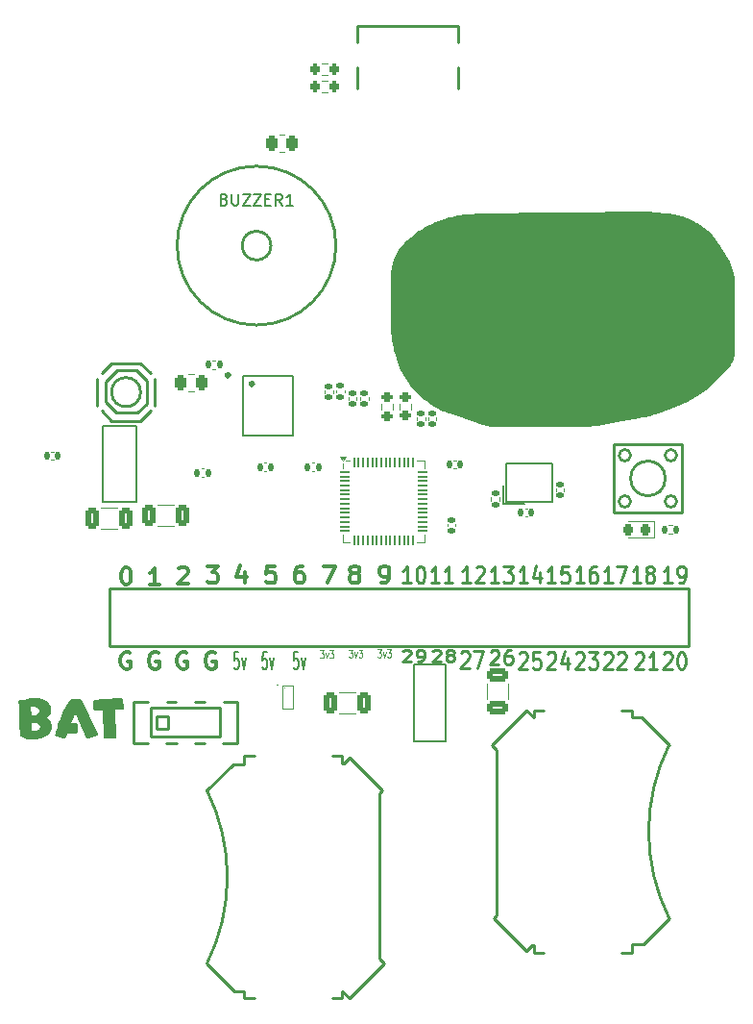
<source format=gbr>
%TF.GenerationSoftware,KiCad,Pcbnew,8.0.4*%
%TF.CreationDate,2024-12-04T20:03:35-06:00*%
%TF.ProjectId,amoguspico,616d6f67-7573-4706-9963-6f2e6b696361,rev?*%
%TF.SameCoordinates,Original*%
%TF.FileFunction,Legend,Top*%
%TF.FilePolarity,Positive*%
%FSLAX46Y46*%
G04 Gerber Fmt 4.6, Leading zero omitted, Abs format (unit mm)*
G04 Created by KiCad (PCBNEW 8.0.4) date 2024-12-04 20:03:35*
%MOMM*%
%LPD*%
G01*
G04 APERTURE LIST*
G04 Aperture macros list*
%AMRoundRect*
0 Rectangle with rounded corners*
0 $1 Rounding radius*
0 $2 $3 $4 $5 $6 $7 $8 $9 X,Y pos of 4 corners*
0 Add a 4 corners polygon primitive as box body*
4,1,4,$2,$3,$4,$5,$6,$7,$8,$9,$2,$3,0*
0 Add four circle primitives for the rounded corners*
1,1,$1+$1,$2,$3*
1,1,$1+$1,$4,$5*
1,1,$1+$1,$6,$7*
1,1,$1+$1,$8,$9*
0 Add four rect primitives between the rounded corners*
20,1,$1+$1,$2,$3,$4,$5,0*
20,1,$1+$1,$4,$5,$6,$7,0*
20,1,$1+$1,$6,$7,$8,$9,0*
20,1,$1+$1,$8,$9,$2,$3,0*%
G04 Aperture macros list end*
%ADD10C,0.000000*%
%ADD11C,0.300000*%
%ADD12C,0.187500*%
%ADD13C,0.250000*%
%ADD14C,0.125000*%
%ADD15C,0.100000*%
%ADD16C,0.150000*%
%ADD17C,0.120000*%
%ADD18R,6.100000X2.400000*%
%ADD19C,10.000000*%
%ADD20RoundRect,0.250000X-0.262500X-0.450000X0.262500X-0.450000X0.262500X0.450000X-0.262500X0.450000X0*%
%ADD21RoundRect,0.140000X0.170000X-0.140000X0.170000X0.140000X-0.170000X0.140000X-0.170000X-0.140000X0*%
%ADD22RoundRect,0.200000X0.200000X0.275000X-0.200000X0.275000X-0.200000X-0.275000X0.200000X-0.275000X0*%
%ADD23RoundRect,0.135000X-0.135000X-0.185000X0.135000X-0.185000X0.135000X0.185000X-0.135000X0.185000X0*%
%ADD24RoundRect,0.250000X-0.650000X0.325000X-0.650000X-0.325000X0.650000X-0.325000X0.650000X0.325000X0*%
%ADD25RoundRect,0.218750X0.218750X0.256250X-0.218750X0.256250X-0.218750X-0.256250X0.218750X-0.256250X0*%
%ADD26R,2.460000X1.050000*%
%ADD27R,2.460000X3.540000*%
%ADD28RoundRect,0.200000X-0.200000X-0.275000X0.200000X-0.275000X0.200000X0.275000X-0.200000X0.275000X0*%
%ADD29RoundRect,0.140000X0.140000X0.170000X-0.140000X0.170000X-0.140000X-0.170000X0.140000X-0.170000X0*%
%ADD30R,2.500000X1.100000*%
%ADD31R,2.340000X3.600000*%
%ADD32RoundRect,0.200000X-0.275000X0.200000X-0.275000X-0.200000X0.275000X-0.200000X0.275000X0.200000X0*%
%ADD33RoundRect,0.250000X-0.325000X-0.650000X0.325000X-0.650000X0.325000X0.650000X-0.325000X0.650000X0*%
%ADD34RoundRect,0.250000X0.325000X0.650000X-0.325000X0.650000X-0.325000X-0.650000X0.325000X-0.650000X0*%
%ADD35RoundRect,0.135000X0.185000X-0.135000X0.185000X0.135000X-0.185000X0.135000X-0.185000X-0.135000X0*%
%ADD36RoundRect,0.140000X-0.170000X0.140000X-0.170000X-0.140000X0.170000X-0.140000X0.170000X0.140000X0*%
%ADD37RoundRect,0.140000X-0.140000X-0.170000X0.140000X-0.170000X0.140000X0.170000X-0.140000X0.170000X0*%
%ADD38C,1.800000*%
%ADD39R,1.600000X1.600000*%
%ADD40C,1.600000*%
%ADD41R,1.200000X2.000000*%
%ADD42R,1.400000X1.200000*%
%ADD43R,1.000000X0.750000*%
%ADD44R,2.300000X1.500000*%
%ADD45C,0.750000*%
%ADD46O,1.200000X2.000000*%
%ADD47O,1.200000X1.800000*%
%ADD48R,0.300000X1.300000*%
%ADD49O,2.250000X0.630000*%
%ADD50R,0.850000X0.350000*%
%ADD51RoundRect,0.050000X-0.387500X-0.050000X0.387500X-0.050000X0.387500X0.050000X-0.387500X0.050000X0*%
%ADD52RoundRect,0.050000X-0.050000X-0.387500X0.050000X-0.387500X0.050000X0.387500X-0.050000X0.387500X0*%
%ADD53R,3.200000X3.200000*%
G04 APERTURE END LIST*
D10*
G36*
X174720982Y-71628649D02*
G01*
X174885602Y-71644345D01*
X175049638Y-71663939D01*
X175213021Y-71687413D01*
X175375685Y-71714746D01*
X175537562Y-71745922D01*
X175698585Y-71780920D01*
X175858687Y-71819722D01*
X176017800Y-71862309D01*
X176175857Y-71908662D01*
X176332791Y-71958762D01*
X176488534Y-72012590D01*
X176643020Y-72070127D01*
X176796180Y-72131355D01*
X176947949Y-72196255D01*
X177098257Y-72264807D01*
X177247039Y-72336992D01*
X177412567Y-72419762D01*
X177534291Y-72482647D01*
X177654253Y-72548688D01*
X177772391Y-72617848D01*
X177888646Y-72690086D01*
X178002956Y-72765365D01*
X178115260Y-72843647D01*
X178225498Y-72924892D01*
X178333610Y-73009062D01*
X178423061Y-73082274D01*
X178510784Y-73157393D01*
X178596750Y-73234389D01*
X178680931Y-73313228D01*
X178763299Y-73393878D01*
X178843827Y-73476308D01*
X178922486Y-73560484D01*
X178999247Y-73646376D01*
X179074084Y-73733950D01*
X179146967Y-73823175D01*
X179217869Y-73914018D01*
X179286762Y-74006447D01*
X179353617Y-74100431D01*
X179418407Y-74195936D01*
X179481103Y-74292931D01*
X179541678Y-74391383D01*
X179756379Y-74749219D01*
X180450911Y-75906771D01*
X180506288Y-76021681D01*
X180558226Y-76137977D01*
X180606707Y-76255583D01*
X180651712Y-76374420D01*
X180693222Y-76494410D01*
X180731220Y-76615477D01*
X180765686Y-76737541D01*
X180796603Y-76860525D01*
X180823951Y-76984351D01*
X180847713Y-77108942D01*
X180867870Y-77234219D01*
X180884403Y-77360104D01*
X180897294Y-77486520D01*
X180906525Y-77613389D01*
X180912078Y-77740633D01*
X180913932Y-77868174D01*
X180913932Y-83778126D01*
X180911185Y-83888987D01*
X180902993Y-83999096D01*
X180889432Y-84108269D01*
X180870578Y-84216322D01*
X180846508Y-84323072D01*
X180817296Y-84428338D01*
X180783020Y-84531934D01*
X180743754Y-84633678D01*
X180699576Y-84733386D01*
X180650559Y-84830876D01*
X180596782Y-84925965D01*
X180538318Y-85018469D01*
X180475245Y-85108204D01*
X180407639Y-85194988D01*
X180335574Y-85278638D01*
X180259128Y-85358970D01*
X178820660Y-86797438D01*
X178705832Y-86909714D01*
X178588614Y-87019286D01*
X178469057Y-87126119D01*
X178347209Y-87230180D01*
X178223120Y-87331433D01*
X178096841Y-87429844D01*
X177968422Y-87525379D01*
X177837911Y-87618003D01*
X177705359Y-87707682D01*
X177570815Y-87794381D01*
X177434329Y-87878066D01*
X177295952Y-87958703D01*
X177155733Y-88036256D01*
X177013721Y-88110692D01*
X176869966Y-88181976D01*
X176724519Y-88250073D01*
X175357682Y-88871354D01*
X173963388Y-89336134D01*
X173790813Y-89391788D01*
X173617230Y-89444038D01*
X173442689Y-89492872D01*
X173267241Y-89538277D01*
X173090935Y-89580240D01*
X172913822Y-89618747D01*
X172735953Y-89653787D01*
X172557378Y-89685344D01*
X170495964Y-90028905D01*
X168770886Y-90342556D01*
X168565583Y-90377503D01*
X168359664Y-90407814D01*
X168153195Y-90433484D01*
X167946241Y-90454503D01*
X167738868Y-90470864D01*
X167531142Y-90482561D01*
X167323129Y-90489584D01*
X167114893Y-90491927D01*
X159614974Y-90491927D01*
X159543036Y-90484690D01*
X159435465Y-90463691D01*
X159125093Y-90384656D01*
X158707198Y-90263331D01*
X158205122Y-90108227D01*
X157041788Y-89730718D01*
X155821815Y-89320206D01*
X155661111Y-89263289D01*
X155501961Y-89202667D01*
X155344416Y-89138388D01*
X155188525Y-89070495D01*
X155034337Y-88999036D01*
X154881901Y-88924054D01*
X154731267Y-88845596D01*
X154582485Y-88763708D01*
X154435603Y-88678434D01*
X154290672Y-88589820D01*
X154147739Y-88497912D01*
X154006856Y-88402755D01*
X153868071Y-88304395D01*
X153731433Y-88202877D01*
X153596993Y-88098246D01*
X153464798Y-87990549D01*
X153257598Y-87811469D01*
X153057433Y-87625475D01*
X152864448Y-87432787D01*
X152678788Y-87233621D01*
X152500601Y-87028196D01*
X152330030Y-86816730D01*
X152167223Y-86599441D01*
X152012325Y-86376546D01*
X151865481Y-86148263D01*
X151726837Y-85914811D01*
X151596540Y-85676408D01*
X151474734Y-85433270D01*
X151361566Y-85185617D01*
X151257180Y-84933666D01*
X151161724Y-84677635D01*
X151075342Y-84417741D01*
X150980997Y-84115853D01*
X150888871Y-83800156D01*
X150808855Y-83481535D01*
X150741003Y-83160342D01*
X150685369Y-82836926D01*
X150642005Y-82511636D01*
X150610964Y-82184824D01*
X150592301Y-81856838D01*
X150586068Y-81528029D01*
X150586068Y-77331579D01*
X150587768Y-77207317D01*
X150592861Y-77083219D01*
X150601341Y-76959353D01*
X150613199Y-76835788D01*
X150628428Y-76712592D01*
X150647021Y-76589833D01*
X150668970Y-76467579D01*
X150694267Y-76345900D01*
X150741378Y-76153749D01*
X150796608Y-75964460D01*
X150859812Y-75778267D01*
X150930842Y-75595401D01*
X151009552Y-75416095D01*
X151095794Y-75240581D01*
X151189421Y-75069090D01*
X151290288Y-74901854D01*
X151398246Y-74739107D01*
X151513150Y-74581079D01*
X151634851Y-74428003D01*
X151763205Y-74280111D01*
X151898063Y-74137635D01*
X152039278Y-74000808D01*
X152186705Y-73869860D01*
X152340195Y-73745025D01*
X152683196Y-73478246D01*
X152796327Y-73392476D01*
X152911487Y-73309562D01*
X153028622Y-73229538D01*
X153147677Y-73152439D01*
X153268598Y-73078300D01*
X153391330Y-73007154D01*
X153515817Y-72939038D01*
X153642006Y-72873985D01*
X154013714Y-72688133D01*
X154249263Y-72574488D01*
X154487589Y-72467685D01*
X154728543Y-72367760D01*
X154971973Y-72274750D01*
X155217730Y-72188692D01*
X155465663Y-72109622D01*
X155715623Y-72037576D01*
X155967458Y-71972591D01*
X156221018Y-71914705D01*
X156476154Y-71863952D01*
X156732714Y-71820371D01*
X156990549Y-71783997D01*
X157249508Y-71754867D01*
X157509442Y-71733018D01*
X157770199Y-71718486D01*
X158031629Y-71711308D01*
X173274088Y-71508074D01*
X174720982Y-71628649D01*
G37*
D11*
X130207929Y-104376334D02*
X129350786Y-104376334D01*
X129779357Y-104376334D02*
X129779357Y-102876334D01*
X129779357Y-102876334D02*
X129636500Y-103090620D01*
X129636500Y-103090620D02*
X129493643Y-103233477D01*
X129493643Y-103233477D02*
X129350786Y-103304906D01*
X135090225Y-110372257D02*
X134947368Y-110300828D01*
X134947368Y-110300828D02*
X134733082Y-110300828D01*
X134733082Y-110300828D02*
X134518796Y-110372257D01*
X134518796Y-110372257D02*
X134375939Y-110515114D01*
X134375939Y-110515114D02*
X134304510Y-110657971D01*
X134304510Y-110657971D02*
X134233082Y-110943685D01*
X134233082Y-110943685D02*
X134233082Y-111157971D01*
X134233082Y-111157971D02*
X134304510Y-111443685D01*
X134304510Y-111443685D02*
X134375939Y-111586542D01*
X134375939Y-111586542D02*
X134518796Y-111729400D01*
X134518796Y-111729400D02*
X134733082Y-111800828D01*
X134733082Y-111800828D02*
X134875939Y-111800828D01*
X134875939Y-111800828D02*
X135090225Y-111729400D01*
X135090225Y-111729400D02*
X135161653Y-111657971D01*
X135161653Y-111657971D02*
X135161653Y-111157971D01*
X135161653Y-111157971D02*
X134875939Y-111157971D01*
X132590225Y-110372257D02*
X132447368Y-110300828D01*
X132447368Y-110300828D02*
X132233082Y-110300828D01*
X132233082Y-110300828D02*
X132018796Y-110372257D01*
X132018796Y-110372257D02*
X131875939Y-110515114D01*
X131875939Y-110515114D02*
X131804510Y-110657971D01*
X131804510Y-110657971D02*
X131733082Y-110943685D01*
X131733082Y-110943685D02*
X131733082Y-111157971D01*
X131733082Y-111157971D02*
X131804510Y-111443685D01*
X131804510Y-111443685D02*
X131875939Y-111586542D01*
X131875939Y-111586542D02*
X132018796Y-111729400D01*
X132018796Y-111729400D02*
X132233082Y-111800828D01*
X132233082Y-111800828D02*
X132375939Y-111800828D01*
X132375939Y-111800828D02*
X132590225Y-111729400D01*
X132590225Y-111729400D02*
X132661653Y-111657971D01*
X132661653Y-111657971D02*
X132661653Y-111157971D01*
X132661653Y-111157971D02*
X132375939Y-111157971D01*
X127186477Y-102861573D02*
X127329334Y-102861573D01*
X127329334Y-102861573D02*
X127472191Y-102933002D01*
X127472191Y-102933002D02*
X127543620Y-103004430D01*
X127543620Y-103004430D02*
X127615048Y-103147287D01*
X127615048Y-103147287D02*
X127686477Y-103433002D01*
X127686477Y-103433002D02*
X127686477Y-103790145D01*
X127686477Y-103790145D02*
X127615048Y-104075859D01*
X127615048Y-104075859D02*
X127543620Y-104218716D01*
X127543620Y-104218716D02*
X127472191Y-104290145D01*
X127472191Y-104290145D02*
X127329334Y-104361573D01*
X127329334Y-104361573D02*
X127186477Y-104361573D01*
X127186477Y-104361573D02*
X127043620Y-104290145D01*
X127043620Y-104290145D02*
X126972191Y-104218716D01*
X126972191Y-104218716D02*
X126900762Y-104075859D01*
X126900762Y-104075859D02*
X126829334Y-103790145D01*
X126829334Y-103790145D02*
X126829334Y-103433002D01*
X126829334Y-103433002D02*
X126900762Y-103147287D01*
X126900762Y-103147287D02*
X126972191Y-103004430D01*
X126972191Y-103004430D02*
X127043620Y-102933002D01*
X127043620Y-102933002D02*
X127186477Y-102861573D01*
D12*
X139659069Y-110306678D02*
X139301926Y-110306678D01*
X139301926Y-110306678D02*
X139266212Y-111020964D01*
X139266212Y-111020964D02*
X139301926Y-110949535D01*
X139301926Y-110949535D02*
X139373355Y-110878107D01*
X139373355Y-110878107D02*
X139551926Y-110878107D01*
X139551926Y-110878107D02*
X139623355Y-110949535D01*
X139623355Y-110949535D02*
X139659069Y-111020964D01*
X139659069Y-111020964D02*
X139694783Y-111163821D01*
X139694783Y-111163821D02*
X139694783Y-111520964D01*
X139694783Y-111520964D02*
X139659069Y-111663821D01*
X139659069Y-111663821D02*
X139623355Y-111735250D01*
X139623355Y-111735250D02*
X139551926Y-111806678D01*
X139551926Y-111806678D02*
X139373355Y-111806678D01*
X139373355Y-111806678D02*
X139301926Y-111735250D01*
X139301926Y-111735250D02*
X139266212Y-111663821D01*
X139944783Y-110806678D02*
X140123355Y-111806678D01*
X140123355Y-111806678D02*
X140301926Y-110806678D01*
D11*
X131865378Y-102943685D02*
X131936806Y-102872257D01*
X131936806Y-102872257D02*
X132079664Y-102800828D01*
X132079664Y-102800828D02*
X132436806Y-102800828D01*
X132436806Y-102800828D02*
X132579664Y-102872257D01*
X132579664Y-102872257D02*
X132651092Y-102943685D01*
X132651092Y-102943685D02*
X132722521Y-103086542D01*
X132722521Y-103086542D02*
X132722521Y-103229400D01*
X132722521Y-103229400D02*
X132651092Y-103443685D01*
X132651092Y-103443685D02*
X131793949Y-104300828D01*
X131793949Y-104300828D02*
X132722521Y-104300828D01*
D13*
X161902568Y-110446285D02*
X161962092Y-110374857D01*
X161962092Y-110374857D02*
X162081139Y-110303428D01*
X162081139Y-110303428D02*
X162378758Y-110303428D01*
X162378758Y-110303428D02*
X162497806Y-110374857D01*
X162497806Y-110374857D02*
X162557330Y-110446285D01*
X162557330Y-110446285D02*
X162616853Y-110589142D01*
X162616853Y-110589142D02*
X162616853Y-110732000D01*
X162616853Y-110732000D02*
X162557330Y-110946285D01*
X162557330Y-110946285D02*
X161843044Y-111803428D01*
X161843044Y-111803428D02*
X162616853Y-111803428D01*
X163747806Y-110303428D02*
X163152568Y-110303428D01*
X163152568Y-110303428D02*
X163093044Y-111017714D01*
X163093044Y-111017714D02*
X163152568Y-110946285D01*
X163152568Y-110946285D02*
X163271615Y-110874857D01*
X163271615Y-110874857D02*
X163569234Y-110874857D01*
X163569234Y-110874857D02*
X163688282Y-110946285D01*
X163688282Y-110946285D02*
X163747806Y-111017714D01*
X163747806Y-111017714D02*
X163807329Y-111160571D01*
X163807329Y-111160571D02*
X163807329Y-111517714D01*
X163807329Y-111517714D02*
X163747806Y-111660571D01*
X163747806Y-111660571D02*
X163688282Y-111732000D01*
X163688282Y-111732000D02*
X163569234Y-111803428D01*
X163569234Y-111803428D02*
X163271615Y-111803428D01*
X163271615Y-111803428D02*
X163152568Y-111732000D01*
X163152568Y-111732000D02*
X163093044Y-111660571D01*
X174652568Y-110446285D02*
X174712092Y-110374857D01*
X174712092Y-110374857D02*
X174831139Y-110303428D01*
X174831139Y-110303428D02*
X175128758Y-110303428D01*
X175128758Y-110303428D02*
X175247806Y-110374857D01*
X175247806Y-110374857D02*
X175307330Y-110446285D01*
X175307330Y-110446285D02*
X175366853Y-110589142D01*
X175366853Y-110589142D02*
X175366853Y-110732000D01*
X175366853Y-110732000D02*
X175307330Y-110946285D01*
X175307330Y-110946285D02*
X174593044Y-111803428D01*
X174593044Y-111803428D02*
X175366853Y-111803428D01*
X176140663Y-110303428D02*
X176259710Y-110303428D01*
X176259710Y-110303428D02*
X176378758Y-110374857D01*
X176378758Y-110374857D02*
X176438282Y-110446285D01*
X176438282Y-110446285D02*
X176497806Y-110589142D01*
X176497806Y-110589142D02*
X176557329Y-110874857D01*
X176557329Y-110874857D02*
X176557329Y-111232000D01*
X176557329Y-111232000D02*
X176497806Y-111517714D01*
X176497806Y-111517714D02*
X176438282Y-111660571D01*
X176438282Y-111660571D02*
X176378758Y-111732000D01*
X176378758Y-111732000D02*
X176259710Y-111803428D01*
X176259710Y-111803428D02*
X176140663Y-111803428D01*
X176140663Y-111803428D02*
X176021615Y-111732000D01*
X176021615Y-111732000D02*
X175962091Y-111660571D01*
X175962091Y-111660571D02*
X175902568Y-111517714D01*
X175902568Y-111517714D02*
X175843044Y-111232000D01*
X175843044Y-111232000D02*
X175843044Y-110874857D01*
X175843044Y-110874857D02*
X175902568Y-110589142D01*
X175902568Y-110589142D02*
X175962091Y-110446285D01*
X175962091Y-110446285D02*
X176021615Y-110374857D01*
X176021615Y-110374857D02*
X176140663Y-110303428D01*
X152366853Y-104216181D02*
X151652568Y-104216181D01*
X152009711Y-104216181D02*
X152009711Y-102716181D01*
X152009711Y-102716181D02*
X151890663Y-102930467D01*
X151890663Y-102930467D02*
X151771615Y-103073324D01*
X151771615Y-103073324D02*
X151652568Y-103144753D01*
X153140663Y-102716181D02*
X153259710Y-102716181D01*
X153259710Y-102716181D02*
X153378758Y-102787610D01*
X153378758Y-102787610D02*
X153438282Y-102859038D01*
X153438282Y-102859038D02*
X153497806Y-103001895D01*
X153497806Y-103001895D02*
X153557329Y-103287610D01*
X153557329Y-103287610D02*
X153557329Y-103644753D01*
X153557329Y-103644753D02*
X153497806Y-103930467D01*
X153497806Y-103930467D02*
X153438282Y-104073324D01*
X153438282Y-104073324D02*
X153378758Y-104144753D01*
X153378758Y-104144753D02*
X153259710Y-104216181D01*
X153259710Y-104216181D02*
X153140663Y-104216181D01*
X153140663Y-104216181D02*
X153021615Y-104144753D01*
X153021615Y-104144753D02*
X152962091Y-104073324D01*
X152962091Y-104073324D02*
X152902568Y-103930467D01*
X152902568Y-103930467D02*
X152843044Y-103644753D01*
X152843044Y-103644753D02*
X152843044Y-103287610D01*
X152843044Y-103287610D02*
X152902568Y-103001895D01*
X152902568Y-103001895D02*
X152962091Y-102859038D01*
X152962091Y-102859038D02*
X153021615Y-102787610D01*
X153021615Y-102787610D02*
X153140663Y-102716181D01*
X167616853Y-104216181D02*
X166902568Y-104216181D01*
X167259711Y-104216181D02*
X167259711Y-102716181D01*
X167259711Y-102716181D02*
X167140663Y-102930467D01*
X167140663Y-102930467D02*
X167021615Y-103073324D01*
X167021615Y-103073324D02*
X166902568Y-103144753D01*
X168688282Y-102716181D02*
X168450187Y-102716181D01*
X168450187Y-102716181D02*
X168331139Y-102787610D01*
X168331139Y-102787610D02*
X168271615Y-102859038D01*
X168271615Y-102859038D02*
X168152568Y-103073324D01*
X168152568Y-103073324D02*
X168093044Y-103359038D01*
X168093044Y-103359038D02*
X168093044Y-103930467D01*
X168093044Y-103930467D02*
X168152568Y-104073324D01*
X168152568Y-104073324D02*
X168212091Y-104144753D01*
X168212091Y-104144753D02*
X168331139Y-104216181D01*
X168331139Y-104216181D02*
X168569234Y-104216181D01*
X168569234Y-104216181D02*
X168688282Y-104144753D01*
X168688282Y-104144753D02*
X168747806Y-104073324D01*
X168747806Y-104073324D02*
X168807329Y-103930467D01*
X168807329Y-103930467D02*
X168807329Y-103573324D01*
X168807329Y-103573324D02*
X168747806Y-103430467D01*
X168747806Y-103430467D02*
X168688282Y-103359038D01*
X168688282Y-103359038D02*
X168569234Y-103287610D01*
X168569234Y-103287610D02*
X168331139Y-103287610D01*
X168331139Y-103287610D02*
X168212091Y-103359038D01*
X168212091Y-103359038D02*
X168152568Y-103430467D01*
X168152568Y-103430467D02*
X168093044Y-103573324D01*
D12*
X142409069Y-110306678D02*
X142051926Y-110306678D01*
X142051926Y-110306678D02*
X142016212Y-111020964D01*
X142016212Y-111020964D02*
X142051926Y-110949535D01*
X142051926Y-110949535D02*
X142123355Y-110878107D01*
X142123355Y-110878107D02*
X142301926Y-110878107D01*
X142301926Y-110878107D02*
X142373355Y-110949535D01*
X142373355Y-110949535D02*
X142409069Y-111020964D01*
X142409069Y-111020964D02*
X142444783Y-111163821D01*
X142444783Y-111163821D02*
X142444783Y-111520964D01*
X142444783Y-111520964D02*
X142409069Y-111663821D01*
X142409069Y-111663821D02*
X142373355Y-111735250D01*
X142373355Y-111735250D02*
X142301926Y-111806678D01*
X142301926Y-111806678D02*
X142123355Y-111806678D01*
X142123355Y-111806678D02*
X142051926Y-111735250D01*
X142051926Y-111735250D02*
X142016212Y-111663821D01*
X142694783Y-110806678D02*
X142873355Y-111806678D01*
X142873355Y-111806678D02*
X143051926Y-110806678D01*
D11*
X144661653Y-102713581D02*
X145661653Y-102713581D01*
X145661653Y-102713581D02*
X145018796Y-104213581D01*
D13*
X156789219Y-110361880D02*
X156848743Y-110290452D01*
X156848743Y-110290452D02*
X156967790Y-110219023D01*
X156967790Y-110219023D02*
X157265409Y-110219023D01*
X157265409Y-110219023D02*
X157384457Y-110290452D01*
X157384457Y-110290452D02*
X157443981Y-110361880D01*
X157443981Y-110361880D02*
X157503504Y-110504737D01*
X157503504Y-110504737D02*
X157503504Y-110647595D01*
X157503504Y-110647595D02*
X157443981Y-110861880D01*
X157443981Y-110861880D02*
X156729695Y-111719023D01*
X156729695Y-111719023D02*
X157503504Y-111719023D01*
X157920171Y-110219023D02*
X158753504Y-110219023D01*
X158753504Y-110219023D02*
X158217790Y-111719023D01*
D11*
X130090225Y-110372257D02*
X129947368Y-110300828D01*
X129947368Y-110300828D02*
X129733082Y-110300828D01*
X129733082Y-110300828D02*
X129518796Y-110372257D01*
X129518796Y-110372257D02*
X129375939Y-110515114D01*
X129375939Y-110515114D02*
X129304510Y-110657971D01*
X129304510Y-110657971D02*
X129233082Y-110943685D01*
X129233082Y-110943685D02*
X129233082Y-111157971D01*
X129233082Y-111157971D02*
X129304510Y-111443685D01*
X129304510Y-111443685D02*
X129375939Y-111586542D01*
X129375939Y-111586542D02*
X129518796Y-111729400D01*
X129518796Y-111729400D02*
X129733082Y-111800828D01*
X129733082Y-111800828D02*
X129875939Y-111800828D01*
X129875939Y-111800828D02*
X130090225Y-111729400D01*
X130090225Y-111729400D02*
X130161653Y-111657971D01*
X130161653Y-111657971D02*
X130161653Y-111157971D01*
X130161653Y-111157971D02*
X129875939Y-111157971D01*
D13*
X175366853Y-104216181D02*
X174652568Y-104216181D01*
X175009711Y-104216181D02*
X175009711Y-102716181D01*
X175009711Y-102716181D02*
X174890663Y-102930467D01*
X174890663Y-102930467D02*
X174771615Y-103073324D01*
X174771615Y-103073324D02*
X174652568Y-103144753D01*
X175962091Y-104216181D02*
X176200187Y-104216181D01*
X176200187Y-104216181D02*
X176319234Y-104144753D01*
X176319234Y-104144753D02*
X176378758Y-104073324D01*
X176378758Y-104073324D02*
X176497806Y-103859038D01*
X176497806Y-103859038D02*
X176557329Y-103573324D01*
X176557329Y-103573324D02*
X176557329Y-103001895D01*
X176557329Y-103001895D02*
X176497806Y-102859038D01*
X176497806Y-102859038D02*
X176438282Y-102787610D01*
X176438282Y-102787610D02*
X176319234Y-102716181D01*
X176319234Y-102716181D02*
X176081139Y-102716181D01*
X176081139Y-102716181D02*
X175962091Y-102787610D01*
X175962091Y-102787610D02*
X175902568Y-102859038D01*
X175902568Y-102859038D02*
X175843044Y-103001895D01*
X175843044Y-103001895D02*
X175843044Y-103359038D01*
X175843044Y-103359038D02*
X175902568Y-103501895D01*
X175902568Y-103501895D02*
X175962091Y-103573324D01*
X175962091Y-103573324D02*
X176081139Y-103644753D01*
X176081139Y-103644753D02*
X176319234Y-103644753D01*
X176319234Y-103644753D02*
X176438282Y-103573324D01*
X176438282Y-103573324D02*
X176497806Y-103501895D01*
X176497806Y-103501895D02*
X176557329Y-103359038D01*
D11*
X142829664Y-102713581D02*
X142543949Y-102713581D01*
X142543949Y-102713581D02*
X142401092Y-102785010D01*
X142401092Y-102785010D02*
X142329664Y-102856438D01*
X142329664Y-102856438D02*
X142186806Y-103070724D01*
X142186806Y-103070724D02*
X142115378Y-103356438D01*
X142115378Y-103356438D02*
X142115378Y-103927867D01*
X142115378Y-103927867D02*
X142186806Y-104070724D01*
X142186806Y-104070724D02*
X142258235Y-104142153D01*
X142258235Y-104142153D02*
X142401092Y-104213581D01*
X142401092Y-104213581D02*
X142686806Y-104213581D01*
X142686806Y-104213581D02*
X142829664Y-104142153D01*
X142829664Y-104142153D02*
X142901092Y-104070724D01*
X142901092Y-104070724D02*
X142972521Y-103927867D01*
X142972521Y-103927867D02*
X142972521Y-103570724D01*
X142972521Y-103570724D02*
X142901092Y-103427867D01*
X142901092Y-103427867D02*
X142829664Y-103356438D01*
X142829664Y-103356438D02*
X142686806Y-103285010D01*
X142686806Y-103285010D02*
X142401092Y-103285010D01*
X142401092Y-103285010D02*
X142258235Y-103356438D01*
X142258235Y-103356438D02*
X142186806Y-103427867D01*
X142186806Y-103427867D02*
X142115378Y-103570724D01*
D13*
X162616853Y-104216181D02*
X161902568Y-104216181D01*
X162259711Y-104216181D02*
X162259711Y-102716181D01*
X162259711Y-102716181D02*
X162140663Y-102930467D01*
X162140663Y-102930467D02*
X162021615Y-103073324D01*
X162021615Y-103073324D02*
X161902568Y-103144753D01*
X163688282Y-103216181D02*
X163688282Y-104216181D01*
X163390663Y-102644753D02*
X163093044Y-103716181D01*
X163093044Y-103716181D02*
X163866853Y-103716181D01*
D14*
X149421059Y-110064790D02*
X149730583Y-110064790D01*
X149730583Y-110064790D02*
X149563916Y-110331457D01*
X149563916Y-110331457D02*
X149635345Y-110331457D01*
X149635345Y-110331457D02*
X149682964Y-110364790D01*
X149682964Y-110364790D02*
X149706773Y-110398123D01*
X149706773Y-110398123D02*
X149730583Y-110464790D01*
X149730583Y-110464790D02*
X149730583Y-110631457D01*
X149730583Y-110631457D02*
X149706773Y-110698123D01*
X149706773Y-110698123D02*
X149682964Y-110731457D01*
X149682964Y-110731457D02*
X149635345Y-110764790D01*
X149635345Y-110764790D02*
X149492488Y-110764790D01*
X149492488Y-110764790D02*
X149444869Y-110731457D01*
X149444869Y-110731457D02*
X149421059Y-110698123D01*
X149897249Y-110298123D02*
X150016297Y-110764790D01*
X150016297Y-110764790D02*
X150135344Y-110298123D01*
X150278201Y-110064790D02*
X150587725Y-110064790D01*
X150587725Y-110064790D02*
X150421058Y-110331457D01*
X150421058Y-110331457D02*
X150492487Y-110331457D01*
X150492487Y-110331457D02*
X150540106Y-110364790D01*
X150540106Y-110364790D02*
X150563915Y-110398123D01*
X150563915Y-110398123D02*
X150587725Y-110464790D01*
X150587725Y-110464790D02*
X150587725Y-110631457D01*
X150587725Y-110631457D02*
X150563915Y-110698123D01*
X150563915Y-110698123D02*
X150540106Y-110731457D01*
X150540106Y-110731457D02*
X150492487Y-110764790D01*
X150492487Y-110764790D02*
X150349630Y-110764790D01*
X150349630Y-110764790D02*
X150302011Y-110731457D01*
X150302011Y-110731457D02*
X150278201Y-110698123D01*
D13*
X154279412Y-110209857D02*
X154338936Y-110162238D01*
X154338936Y-110162238D02*
X154457983Y-110114619D01*
X154457983Y-110114619D02*
X154755602Y-110114619D01*
X154755602Y-110114619D02*
X154874650Y-110162238D01*
X154874650Y-110162238D02*
X154934174Y-110209857D01*
X154934174Y-110209857D02*
X154993697Y-110305095D01*
X154993697Y-110305095D02*
X154993697Y-110400333D01*
X154993697Y-110400333D02*
X154934174Y-110543190D01*
X154934174Y-110543190D02*
X154219888Y-111114619D01*
X154219888Y-111114619D02*
X154993697Y-111114619D01*
X155707983Y-110543190D02*
X155588935Y-110495571D01*
X155588935Y-110495571D02*
X155529412Y-110447952D01*
X155529412Y-110447952D02*
X155469888Y-110352714D01*
X155469888Y-110352714D02*
X155469888Y-110305095D01*
X155469888Y-110305095D02*
X155529412Y-110209857D01*
X155529412Y-110209857D02*
X155588935Y-110162238D01*
X155588935Y-110162238D02*
X155707983Y-110114619D01*
X155707983Y-110114619D02*
X155946078Y-110114619D01*
X155946078Y-110114619D02*
X156065126Y-110162238D01*
X156065126Y-110162238D02*
X156124650Y-110209857D01*
X156124650Y-110209857D02*
X156184173Y-110305095D01*
X156184173Y-110305095D02*
X156184173Y-110352714D01*
X156184173Y-110352714D02*
X156124650Y-110447952D01*
X156124650Y-110447952D02*
X156065126Y-110495571D01*
X156065126Y-110495571D02*
X155946078Y-110543190D01*
X155946078Y-110543190D02*
X155707983Y-110543190D01*
X155707983Y-110543190D02*
X155588935Y-110590809D01*
X155588935Y-110590809D02*
X155529412Y-110638428D01*
X155529412Y-110638428D02*
X155469888Y-110733666D01*
X155469888Y-110733666D02*
X155469888Y-110924142D01*
X155469888Y-110924142D02*
X155529412Y-111019380D01*
X155529412Y-111019380D02*
X155588935Y-111067000D01*
X155588935Y-111067000D02*
X155707983Y-111114619D01*
X155707983Y-111114619D02*
X155946078Y-111114619D01*
X155946078Y-111114619D02*
X156065126Y-111067000D01*
X156065126Y-111067000D02*
X156124650Y-111019380D01*
X156124650Y-111019380D02*
X156184173Y-110924142D01*
X156184173Y-110924142D02*
X156184173Y-110733666D01*
X156184173Y-110733666D02*
X156124650Y-110638428D01*
X156124650Y-110638428D02*
X156065126Y-110590809D01*
X156065126Y-110590809D02*
X155946078Y-110543190D01*
X165116853Y-104216181D02*
X164402568Y-104216181D01*
X164759711Y-104216181D02*
X164759711Y-102716181D01*
X164759711Y-102716181D02*
X164640663Y-102930467D01*
X164640663Y-102930467D02*
X164521615Y-103073324D01*
X164521615Y-103073324D02*
X164402568Y-103144753D01*
X166247806Y-102716181D02*
X165652568Y-102716181D01*
X165652568Y-102716181D02*
X165593044Y-103430467D01*
X165593044Y-103430467D02*
X165652568Y-103359038D01*
X165652568Y-103359038D02*
X165771615Y-103287610D01*
X165771615Y-103287610D02*
X166069234Y-103287610D01*
X166069234Y-103287610D02*
X166188282Y-103359038D01*
X166188282Y-103359038D02*
X166247806Y-103430467D01*
X166247806Y-103430467D02*
X166307329Y-103573324D01*
X166307329Y-103573324D02*
X166307329Y-103930467D01*
X166307329Y-103930467D02*
X166247806Y-104073324D01*
X166247806Y-104073324D02*
X166188282Y-104144753D01*
X166188282Y-104144753D02*
X166069234Y-104216181D01*
X166069234Y-104216181D02*
X165771615Y-104216181D01*
X165771615Y-104216181D02*
X165652568Y-104144753D01*
X165652568Y-104144753D02*
X165593044Y-104073324D01*
D11*
X149743643Y-104213581D02*
X150029357Y-104213581D01*
X150029357Y-104213581D02*
X150172214Y-104142153D01*
X150172214Y-104142153D02*
X150243643Y-104070724D01*
X150243643Y-104070724D02*
X150386500Y-103856438D01*
X150386500Y-103856438D02*
X150457929Y-103570724D01*
X150457929Y-103570724D02*
X150457929Y-102999295D01*
X150457929Y-102999295D02*
X150386500Y-102856438D01*
X150386500Y-102856438D02*
X150315072Y-102785010D01*
X150315072Y-102785010D02*
X150172214Y-102713581D01*
X150172214Y-102713581D02*
X149886500Y-102713581D01*
X149886500Y-102713581D02*
X149743643Y-102785010D01*
X149743643Y-102785010D02*
X149672214Y-102856438D01*
X149672214Y-102856438D02*
X149600786Y-102999295D01*
X149600786Y-102999295D02*
X149600786Y-103356438D01*
X149600786Y-103356438D02*
X149672214Y-103499295D01*
X149672214Y-103499295D02*
X149743643Y-103570724D01*
X149743643Y-103570724D02*
X149886500Y-103642153D01*
X149886500Y-103642153D02*
X150172214Y-103642153D01*
X150172214Y-103642153D02*
X150315072Y-103570724D01*
X150315072Y-103570724D02*
X150386500Y-103499295D01*
X150386500Y-103499295D02*
X150457929Y-103356438D01*
D12*
X137159069Y-110306678D02*
X136801926Y-110306678D01*
X136801926Y-110306678D02*
X136766212Y-111020964D01*
X136766212Y-111020964D02*
X136801926Y-110949535D01*
X136801926Y-110949535D02*
X136873355Y-110878107D01*
X136873355Y-110878107D02*
X137051926Y-110878107D01*
X137051926Y-110878107D02*
X137123355Y-110949535D01*
X137123355Y-110949535D02*
X137159069Y-111020964D01*
X137159069Y-111020964D02*
X137194783Y-111163821D01*
X137194783Y-111163821D02*
X137194783Y-111520964D01*
X137194783Y-111520964D02*
X137159069Y-111663821D01*
X137159069Y-111663821D02*
X137123355Y-111735250D01*
X137123355Y-111735250D02*
X137051926Y-111806678D01*
X137051926Y-111806678D02*
X136873355Y-111806678D01*
X136873355Y-111806678D02*
X136801926Y-111735250D01*
X136801926Y-111735250D02*
X136766212Y-111663821D01*
X137444783Y-110806678D02*
X137623355Y-111806678D01*
X137623355Y-111806678D02*
X137801926Y-110806678D01*
D13*
X154866853Y-104216181D02*
X154152568Y-104216181D01*
X154509711Y-104216181D02*
X154509711Y-102716181D01*
X154509711Y-102716181D02*
X154390663Y-102930467D01*
X154390663Y-102930467D02*
X154271615Y-103073324D01*
X154271615Y-103073324D02*
X154152568Y-103144753D01*
X156057329Y-104216181D02*
X155343044Y-104216181D01*
X155700187Y-104216181D02*
X155700187Y-102716181D01*
X155700187Y-102716181D02*
X155581139Y-102930467D01*
X155581139Y-102930467D02*
X155462091Y-103073324D01*
X155462091Y-103073324D02*
X155343044Y-103144753D01*
X151652568Y-110209857D02*
X151712092Y-110162238D01*
X151712092Y-110162238D02*
X151831139Y-110114619D01*
X151831139Y-110114619D02*
X152128758Y-110114619D01*
X152128758Y-110114619D02*
X152247806Y-110162238D01*
X152247806Y-110162238D02*
X152307330Y-110209857D01*
X152307330Y-110209857D02*
X152366853Y-110305095D01*
X152366853Y-110305095D02*
X152366853Y-110400333D01*
X152366853Y-110400333D02*
X152307330Y-110543190D01*
X152307330Y-110543190D02*
X151593044Y-111114619D01*
X151593044Y-111114619D02*
X152366853Y-111114619D01*
X152962091Y-111114619D02*
X153200187Y-111114619D01*
X153200187Y-111114619D02*
X153319234Y-111067000D01*
X153319234Y-111067000D02*
X153378758Y-111019380D01*
X153378758Y-111019380D02*
X153497806Y-110876523D01*
X153497806Y-110876523D02*
X153557329Y-110686047D01*
X153557329Y-110686047D02*
X153557329Y-110305095D01*
X153557329Y-110305095D02*
X153497806Y-110209857D01*
X153497806Y-110209857D02*
X153438282Y-110162238D01*
X153438282Y-110162238D02*
X153319234Y-110114619D01*
X153319234Y-110114619D02*
X153081139Y-110114619D01*
X153081139Y-110114619D02*
X152962091Y-110162238D01*
X152962091Y-110162238D02*
X152902568Y-110209857D01*
X152902568Y-110209857D02*
X152843044Y-110305095D01*
X152843044Y-110305095D02*
X152843044Y-110543190D01*
X152843044Y-110543190D02*
X152902568Y-110638428D01*
X152902568Y-110638428D02*
X152962091Y-110686047D01*
X152962091Y-110686047D02*
X153081139Y-110733666D01*
X153081139Y-110733666D02*
X153319234Y-110733666D01*
X153319234Y-110733666D02*
X153438282Y-110686047D01*
X153438282Y-110686047D02*
X153497806Y-110638428D01*
X153497806Y-110638428D02*
X153557329Y-110543190D01*
X164402568Y-110446285D02*
X164462092Y-110374857D01*
X164462092Y-110374857D02*
X164581139Y-110303428D01*
X164581139Y-110303428D02*
X164878758Y-110303428D01*
X164878758Y-110303428D02*
X164997806Y-110374857D01*
X164997806Y-110374857D02*
X165057330Y-110446285D01*
X165057330Y-110446285D02*
X165116853Y-110589142D01*
X165116853Y-110589142D02*
X165116853Y-110732000D01*
X165116853Y-110732000D02*
X165057330Y-110946285D01*
X165057330Y-110946285D02*
X164343044Y-111803428D01*
X164343044Y-111803428D02*
X165116853Y-111803428D01*
X166188282Y-110803428D02*
X166188282Y-111803428D01*
X165890663Y-110232000D02*
X165593044Y-111303428D01*
X165593044Y-111303428D02*
X166366853Y-111303428D01*
D11*
X134411653Y-102713581D02*
X135340225Y-102713581D01*
X135340225Y-102713581D02*
X134840225Y-103285010D01*
X134840225Y-103285010D02*
X135054510Y-103285010D01*
X135054510Y-103285010D02*
X135197368Y-103356438D01*
X135197368Y-103356438D02*
X135268796Y-103427867D01*
X135268796Y-103427867D02*
X135340225Y-103570724D01*
X135340225Y-103570724D02*
X135340225Y-103927867D01*
X135340225Y-103927867D02*
X135268796Y-104070724D01*
X135268796Y-104070724D02*
X135197368Y-104142153D01*
X135197368Y-104142153D02*
X135054510Y-104213581D01*
X135054510Y-104213581D02*
X134625939Y-104213581D01*
X134625939Y-104213581D02*
X134483082Y-104142153D01*
X134483082Y-104142153D02*
X134411653Y-104070724D01*
D13*
X169402568Y-110446285D02*
X169462092Y-110374857D01*
X169462092Y-110374857D02*
X169581139Y-110303428D01*
X169581139Y-110303428D02*
X169878758Y-110303428D01*
X169878758Y-110303428D02*
X169997806Y-110374857D01*
X169997806Y-110374857D02*
X170057330Y-110446285D01*
X170057330Y-110446285D02*
X170116853Y-110589142D01*
X170116853Y-110589142D02*
X170116853Y-110732000D01*
X170116853Y-110732000D02*
X170057330Y-110946285D01*
X170057330Y-110946285D02*
X169343044Y-111803428D01*
X169343044Y-111803428D02*
X170116853Y-111803428D01*
X170593044Y-110446285D02*
X170652568Y-110374857D01*
X170652568Y-110374857D02*
X170771615Y-110303428D01*
X170771615Y-110303428D02*
X171069234Y-110303428D01*
X171069234Y-110303428D02*
X171188282Y-110374857D01*
X171188282Y-110374857D02*
X171247806Y-110446285D01*
X171247806Y-110446285D02*
X171307329Y-110589142D01*
X171307329Y-110589142D02*
X171307329Y-110732000D01*
X171307329Y-110732000D02*
X171247806Y-110946285D01*
X171247806Y-110946285D02*
X170533520Y-111803428D01*
X170533520Y-111803428D02*
X171307329Y-111803428D01*
X159402568Y-110254428D02*
X159462092Y-110197285D01*
X159462092Y-110197285D02*
X159581139Y-110140142D01*
X159581139Y-110140142D02*
X159878758Y-110140142D01*
X159878758Y-110140142D02*
X159997806Y-110197285D01*
X159997806Y-110197285D02*
X160057330Y-110254428D01*
X160057330Y-110254428D02*
X160116853Y-110368714D01*
X160116853Y-110368714D02*
X160116853Y-110483000D01*
X160116853Y-110483000D02*
X160057330Y-110654428D01*
X160057330Y-110654428D02*
X159343044Y-111340142D01*
X159343044Y-111340142D02*
X160116853Y-111340142D01*
X161188282Y-110140142D02*
X160950187Y-110140142D01*
X160950187Y-110140142D02*
X160831139Y-110197285D01*
X160831139Y-110197285D02*
X160771615Y-110254428D01*
X160771615Y-110254428D02*
X160652568Y-110425857D01*
X160652568Y-110425857D02*
X160593044Y-110654428D01*
X160593044Y-110654428D02*
X160593044Y-111111571D01*
X160593044Y-111111571D02*
X160652568Y-111225857D01*
X160652568Y-111225857D02*
X160712091Y-111283000D01*
X160712091Y-111283000D02*
X160831139Y-111340142D01*
X160831139Y-111340142D02*
X161069234Y-111340142D01*
X161069234Y-111340142D02*
X161188282Y-111283000D01*
X161188282Y-111283000D02*
X161247806Y-111225857D01*
X161247806Y-111225857D02*
X161307329Y-111111571D01*
X161307329Y-111111571D02*
X161307329Y-110825857D01*
X161307329Y-110825857D02*
X161247806Y-110711571D01*
X161247806Y-110711571D02*
X161188282Y-110654428D01*
X161188282Y-110654428D02*
X161069234Y-110597285D01*
X161069234Y-110597285D02*
X160831139Y-110597285D01*
X160831139Y-110597285D02*
X160712091Y-110654428D01*
X160712091Y-110654428D02*
X160652568Y-110711571D01*
X160652568Y-110711571D02*
X160593044Y-110825857D01*
X172152568Y-110446285D02*
X172212092Y-110374857D01*
X172212092Y-110374857D02*
X172331139Y-110303428D01*
X172331139Y-110303428D02*
X172628758Y-110303428D01*
X172628758Y-110303428D02*
X172747806Y-110374857D01*
X172747806Y-110374857D02*
X172807330Y-110446285D01*
X172807330Y-110446285D02*
X172866853Y-110589142D01*
X172866853Y-110589142D02*
X172866853Y-110732000D01*
X172866853Y-110732000D02*
X172807330Y-110946285D01*
X172807330Y-110946285D02*
X172093044Y-111803428D01*
X172093044Y-111803428D02*
X172866853Y-111803428D01*
X174057329Y-111803428D02*
X173343044Y-111803428D01*
X173700187Y-111803428D02*
X173700187Y-110303428D01*
X173700187Y-110303428D02*
X173581139Y-110517714D01*
X173581139Y-110517714D02*
X173462091Y-110660571D01*
X173462091Y-110660571D02*
X173343044Y-110732000D01*
D14*
X146906416Y-110073901D02*
X147215940Y-110073901D01*
X147215940Y-110073901D02*
X147049273Y-110340568D01*
X147049273Y-110340568D02*
X147120702Y-110340568D01*
X147120702Y-110340568D02*
X147168321Y-110373901D01*
X147168321Y-110373901D02*
X147192130Y-110407234D01*
X147192130Y-110407234D02*
X147215940Y-110473901D01*
X147215940Y-110473901D02*
X147215940Y-110640568D01*
X147215940Y-110640568D02*
X147192130Y-110707234D01*
X147192130Y-110707234D02*
X147168321Y-110740568D01*
X147168321Y-110740568D02*
X147120702Y-110773901D01*
X147120702Y-110773901D02*
X146977845Y-110773901D01*
X146977845Y-110773901D02*
X146930226Y-110740568D01*
X146930226Y-110740568D02*
X146906416Y-110707234D01*
X147382606Y-110307234D02*
X147501654Y-110773901D01*
X147501654Y-110773901D02*
X147620701Y-110307234D01*
X147763558Y-110073901D02*
X148073082Y-110073901D01*
X148073082Y-110073901D02*
X147906415Y-110340568D01*
X147906415Y-110340568D02*
X147977844Y-110340568D01*
X147977844Y-110340568D02*
X148025463Y-110373901D01*
X148025463Y-110373901D02*
X148049272Y-110407234D01*
X148049272Y-110407234D02*
X148073082Y-110473901D01*
X148073082Y-110473901D02*
X148073082Y-110640568D01*
X148073082Y-110640568D02*
X148049272Y-110707234D01*
X148049272Y-110707234D02*
X148025463Y-110740568D01*
X148025463Y-110740568D02*
X147977844Y-110773901D01*
X147977844Y-110773901D02*
X147834987Y-110773901D01*
X147834987Y-110773901D02*
X147787368Y-110740568D01*
X147787368Y-110740568D02*
X147763558Y-110707234D01*
D11*
X127590225Y-110372257D02*
X127447368Y-110300828D01*
X127447368Y-110300828D02*
X127233082Y-110300828D01*
X127233082Y-110300828D02*
X127018796Y-110372257D01*
X127018796Y-110372257D02*
X126875939Y-110515114D01*
X126875939Y-110515114D02*
X126804510Y-110657971D01*
X126804510Y-110657971D02*
X126733082Y-110943685D01*
X126733082Y-110943685D02*
X126733082Y-111157971D01*
X126733082Y-111157971D02*
X126804510Y-111443685D01*
X126804510Y-111443685D02*
X126875939Y-111586542D01*
X126875939Y-111586542D02*
X127018796Y-111729400D01*
X127018796Y-111729400D02*
X127233082Y-111800828D01*
X127233082Y-111800828D02*
X127375939Y-111800828D01*
X127375939Y-111800828D02*
X127590225Y-111729400D01*
X127590225Y-111729400D02*
X127661653Y-111657971D01*
X127661653Y-111657971D02*
X127661653Y-111157971D01*
X127661653Y-111157971D02*
X127375939Y-111157971D01*
X147268796Y-103356438D02*
X147125939Y-103285010D01*
X147125939Y-103285010D02*
X147054510Y-103213581D01*
X147054510Y-103213581D02*
X146983082Y-103070724D01*
X146983082Y-103070724D02*
X146983082Y-102999295D01*
X146983082Y-102999295D02*
X147054510Y-102856438D01*
X147054510Y-102856438D02*
X147125939Y-102785010D01*
X147125939Y-102785010D02*
X147268796Y-102713581D01*
X147268796Y-102713581D02*
X147554510Y-102713581D01*
X147554510Y-102713581D02*
X147697368Y-102785010D01*
X147697368Y-102785010D02*
X147768796Y-102856438D01*
X147768796Y-102856438D02*
X147840225Y-102999295D01*
X147840225Y-102999295D02*
X147840225Y-103070724D01*
X147840225Y-103070724D02*
X147768796Y-103213581D01*
X147768796Y-103213581D02*
X147697368Y-103285010D01*
X147697368Y-103285010D02*
X147554510Y-103356438D01*
X147554510Y-103356438D02*
X147268796Y-103356438D01*
X147268796Y-103356438D02*
X147125939Y-103427867D01*
X147125939Y-103427867D02*
X147054510Y-103499295D01*
X147054510Y-103499295D02*
X146983082Y-103642153D01*
X146983082Y-103642153D02*
X146983082Y-103927867D01*
X146983082Y-103927867D02*
X147054510Y-104070724D01*
X147054510Y-104070724D02*
X147125939Y-104142153D01*
X147125939Y-104142153D02*
X147268796Y-104213581D01*
X147268796Y-104213581D02*
X147554510Y-104213581D01*
X147554510Y-104213581D02*
X147697368Y-104142153D01*
X147697368Y-104142153D02*
X147768796Y-104070724D01*
X147768796Y-104070724D02*
X147840225Y-103927867D01*
X147840225Y-103927867D02*
X147840225Y-103642153D01*
X147840225Y-103642153D02*
X147768796Y-103499295D01*
X147768796Y-103499295D02*
X147697368Y-103427867D01*
X147697368Y-103427867D02*
X147554510Y-103356438D01*
D13*
X172616853Y-104216181D02*
X171902568Y-104216181D01*
X172259711Y-104216181D02*
X172259711Y-102716181D01*
X172259711Y-102716181D02*
X172140663Y-102930467D01*
X172140663Y-102930467D02*
X172021615Y-103073324D01*
X172021615Y-103073324D02*
X171902568Y-103144753D01*
X173331139Y-103359038D02*
X173212091Y-103287610D01*
X173212091Y-103287610D02*
X173152568Y-103216181D01*
X173152568Y-103216181D02*
X173093044Y-103073324D01*
X173093044Y-103073324D02*
X173093044Y-103001895D01*
X173093044Y-103001895D02*
X173152568Y-102859038D01*
X173152568Y-102859038D02*
X173212091Y-102787610D01*
X173212091Y-102787610D02*
X173331139Y-102716181D01*
X173331139Y-102716181D02*
X173569234Y-102716181D01*
X173569234Y-102716181D02*
X173688282Y-102787610D01*
X173688282Y-102787610D02*
X173747806Y-102859038D01*
X173747806Y-102859038D02*
X173807329Y-103001895D01*
X173807329Y-103001895D02*
X173807329Y-103073324D01*
X173807329Y-103073324D02*
X173747806Y-103216181D01*
X173747806Y-103216181D02*
X173688282Y-103287610D01*
X173688282Y-103287610D02*
X173569234Y-103359038D01*
X173569234Y-103359038D02*
X173331139Y-103359038D01*
X173331139Y-103359038D02*
X173212091Y-103430467D01*
X173212091Y-103430467D02*
X173152568Y-103501895D01*
X173152568Y-103501895D02*
X173093044Y-103644753D01*
X173093044Y-103644753D02*
X173093044Y-103930467D01*
X173093044Y-103930467D02*
X173152568Y-104073324D01*
X173152568Y-104073324D02*
X173212091Y-104144753D01*
X173212091Y-104144753D02*
X173331139Y-104216181D01*
X173331139Y-104216181D02*
X173569234Y-104216181D01*
X173569234Y-104216181D02*
X173688282Y-104144753D01*
X173688282Y-104144753D02*
X173747806Y-104073324D01*
X173747806Y-104073324D02*
X173807329Y-103930467D01*
X173807329Y-103930467D02*
X173807329Y-103644753D01*
X173807329Y-103644753D02*
X173747806Y-103501895D01*
X173747806Y-103501895D02*
X173688282Y-103430467D01*
X173688282Y-103430467D02*
X173569234Y-103359038D01*
D11*
X140386500Y-102713581D02*
X139672214Y-102713581D01*
X139672214Y-102713581D02*
X139600786Y-103427867D01*
X139600786Y-103427867D02*
X139672214Y-103356438D01*
X139672214Y-103356438D02*
X139815072Y-103285010D01*
X139815072Y-103285010D02*
X140172214Y-103285010D01*
X140172214Y-103285010D02*
X140315072Y-103356438D01*
X140315072Y-103356438D02*
X140386500Y-103427867D01*
X140386500Y-103427867D02*
X140457929Y-103570724D01*
X140457929Y-103570724D02*
X140457929Y-103927867D01*
X140457929Y-103927867D02*
X140386500Y-104070724D01*
X140386500Y-104070724D02*
X140315072Y-104142153D01*
X140315072Y-104142153D02*
X140172214Y-104213581D01*
X140172214Y-104213581D02*
X139815072Y-104213581D01*
X139815072Y-104213581D02*
X139672214Y-104142153D01*
X139672214Y-104142153D02*
X139600786Y-104070724D01*
D13*
X160116853Y-104216181D02*
X159402568Y-104216181D01*
X159759711Y-104216181D02*
X159759711Y-102716181D01*
X159759711Y-102716181D02*
X159640663Y-102930467D01*
X159640663Y-102930467D02*
X159521615Y-103073324D01*
X159521615Y-103073324D02*
X159402568Y-103144753D01*
X160533520Y-102716181D02*
X161307329Y-102716181D01*
X161307329Y-102716181D02*
X160890663Y-103287610D01*
X160890663Y-103287610D02*
X161069234Y-103287610D01*
X161069234Y-103287610D02*
X161188282Y-103359038D01*
X161188282Y-103359038D02*
X161247806Y-103430467D01*
X161247806Y-103430467D02*
X161307329Y-103573324D01*
X161307329Y-103573324D02*
X161307329Y-103930467D01*
X161307329Y-103930467D02*
X161247806Y-104073324D01*
X161247806Y-104073324D02*
X161188282Y-104144753D01*
X161188282Y-104144753D02*
X161069234Y-104216181D01*
X161069234Y-104216181D02*
X160712091Y-104216181D01*
X160712091Y-104216181D02*
X160593044Y-104144753D01*
X160593044Y-104144753D02*
X160533520Y-104073324D01*
D14*
X144355329Y-110110345D02*
X144664853Y-110110345D01*
X144664853Y-110110345D02*
X144498186Y-110377012D01*
X144498186Y-110377012D02*
X144569615Y-110377012D01*
X144569615Y-110377012D02*
X144617234Y-110410345D01*
X144617234Y-110410345D02*
X144641043Y-110443678D01*
X144641043Y-110443678D02*
X144664853Y-110510345D01*
X144664853Y-110510345D02*
X144664853Y-110677012D01*
X144664853Y-110677012D02*
X144641043Y-110743678D01*
X144641043Y-110743678D02*
X144617234Y-110777012D01*
X144617234Y-110777012D02*
X144569615Y-110810345D01*
X144569615Y-110810345D02*
X144426758Y-110810345D01*
X144426758Y-110810345D02*
X144379139Y-110777012D01*
X144379139Y-110777012D02*
X144355329Y-110743678D01*
X144831519Y-110343678D02*
X144950567Y-110810345D01*
X144950567Y-110810345D02*
X145069614Y-110343678D01*
X145212471Y-110110345D02*
X145521995Y-110110345D01*
X145521995Y-110110345D02*
X145355328Y-110377012D01*
X145355328Y-110377012D02*
X145426757Y-110377012D01*
X145426757Y-110377012D02*
X145474376Y-110410345D01*
X145474376Y-110410345D02*
X145498185Y-110443678D01*
X145498185Y-110443678D02*
X145521995Y-110510345D01*
X145521995Y-110510345D02*
X145521995Y-110677012D01*
X145521995Y-110677012D02*
X145498185Y-110743678D01*
X145498185Y-110743678D02*
X145474376Y-110777012D01*
X145474376Y-110777012D02*
X145426757Y-110810345D01*
X145426757Y-110810345D02*
X145283900Y-110810345D01*
X145283900Y-110810345D02*
X145236281Y-110777012D01*
X145236281Y-110777012D02*
X145212471Y-110743678D01*
D13*
X170116853Y-104216181D02*
X169402568Y-104216181D01*
X169759711Y-104216181D02*
X169759711Y-102716181D01*
X169759711Y-102716181D02*
X169640663Y-102930467D01*
X169640663Y-102930467D02*
X169521615Y-103073324D01*
X169521615Y-103073324D02*
X169402568Y-103144753D01*
X170533520Y-102716181D02*
X171366853Y-102716181D01*
X171366853Y-102716181D02*
X170831139Y-104216181D01*
D15*
G36*
X119309187Y-114318263D02*
G01*
X119482521Y-114330535D01*
X119642700Y-114354303D01*
X119858802Y-114409748D01*
X120046590Y-114486523D01*
X120206837Y-114581902D01*
X120340313Y-114693163D01*
X120447791Y-114817580D01*
X120530041Y-114952431D01*
X120587837Y-115094990D01*
X120621948Y-115242533D01*
X120633147Y-115392337D01*
X120623613Y-115520185D01*
X120588984Y-115663544D01*
X120521081Y-115816266D01*
X120428906Y-115952553D01*
X120318073Y-116071577D01*
X120421570Y-116162887D01*
X120518648Y-116274124D01*
X120595045Y-116411563D01*
X120601665Y-116427143D01*
X120655768Y-116580966D01*
X120688431Y-116729409D01*
X120700558Y-116883440D01*
X120690774Y-117015852D01*
X120641391Y-117199323D01*
X120554161Y-117364419D01*
X120433362Y-117510919D01*
X120283274Y-117638603D01*
X120108173Y-117747250D01*
X119912338Y-117836638D01*
X119772375Y-117885422D01*
X119626366Y-117925483D01*
X119475579Y-117956755D01*
X119321281Y-117979174D01*
X119164739Y-117992673D01*
X119007222Y-117997187D01*
X118983598Y-117996997D01*
X118825271Y-117989295D01*
X118664343Y-117972957D01*
X118489114Y-117945172D01*
X118314499Y-117903727D01*
X118155413Y-117846404D01*
X118001115Y-117749050D01*
X117923517Y-117619099D01*
X117867637Y-116533928D01*
X118923691Y-116533928D01*
X118957397Y-117211702D01*
X118973771Y-117214041D01*
X119125191Y-117224159D01*
X119210248Y-117220537D01*
X119364308Y-117192458D01*
X119510607Y-117127255D01*
X119622668Y-117014575D01*
X119663014Y-116866587D01*
X119658264Y-116805401D01*
X119599928Y-116670877D01*
X119477124Y-116578607D01*
X119318730Y-116533128D01*
X119146441Y-116520739D01*
X119072965Y-116522027D01*
X118923691Y-116533928D01*
X117867637Y-116533928D01*
X117796099Y-115144675D01*
X118851884Y-115144675D01*
X118889986Y-115882533D01*
X118979609Y-115878255D01*
X119145898Y-115861162D01*
X119293470Y-115828921D01*
X119453884Y-115757471D01*
X119566138Y-115638103D01*
X119600000Y-115492721D01*
X119583621Y-115386675D01*
X119508058Y-115260698D01*
X119387677Y-115176312D01*
X119241291Y-115131639D01*
X119087090Y-115119030D01*
X118997664Y-115122700D01*
X118851884Y-115144675D01*
X117796099Y-115144675D01*
X117768178Y-114602456D01*
X117768178Y-114594396D01*
X117864898Y-114502072D01*
X118352163Y-114472763D01*
X118421370Y-114446564D01*
X118569710Y-114400512D01*
X118729087Y-114363647D01*
X118896863Y-114336838D01*
X119070401Y-114320955D01*
X119217515Y-114316692D01*
X119309187Y-114318263D01*
G37*
G36*
X124740090Y-117625694D02*
G01*
X124803105Y-117520181D01*
X124786252Y-117457166D01*
X123328855Y-114491814D01*
X123200043Y-114416115D01*
X123152267Y-114411946D01*
X122543370Y-114411946D01*
X122400408Y-114456516D01*
X122392428Y-114462505D01*
X122263768Y-114601511D01*
X122135436Y-114775071D01*
X122008532Y-114977395D01*
X121884155Y-115202698D01*
X121763406Y-115445191D01*
X121647385Y-115699087D01*
X121537192Y-115958599D01*
X121433927Y-116217939D01*
X121338692Y-116471320D01*
X121252584Y-116712955D01*
X121176706Y-116937055D01*
X121112157Y-117137834D01*
X121060036Y-117309504D01*
X121007568Y-117499771D01*
X120989253Y-117591988D01*
X121068721Y-117716968D01*
X121102826Y-117730474D01*
X121745429Y-117915122D01*
X121812840Y-117927578D01*
X121917620Y-117863098D01*
X121972821Y-117713768D01*
X122026042Y-117576164D01*
X122068562Y-117468157D01*
X122845987Y-117505526D01*
X122854047Y-117505526D01*
X122955163Y-117409539D01*
X123005722Y-116657759D01*
X123005722Y-116648967D01*
X122909002Y-116548583D01*
X122429797Y-116522937D01*
X122498604Y-116349333D01*
X122556915Y-116202575D01*
X122620093Y-116044971D01*
X122679044Y-115902042D01*
X122743348Y-115766315D01*
X122774180Y-115737452D01*
X122812281Y-115779218D01*
X123744312Y-117871158D01*
X123874738Y-117938569D01*
X123942149Y-117926113D01*
X124740090Y-117625694D01*
G37*
G36*
X126301535Y-117883614D02*
G01*
X126398255Y-117783230D01*
X126398255Y-117778834D01*
X126272226Y-115376217D01*
X126936078Y-115342512D01*
X127036461Y-115233335D01*
X126999092Y-114464703D01*
X126889916Y-114363586D01*
X125226622Y-114436859D01*
X124441137Y-114478625D01*
X124344417Y-114575345D01*
X124344417Y-114583405D01*
X124382519Y-115360830D01*
X124491695Y-115457550D01*
X125180460Y-115419448D01*
X125306489Y-117817669D01*
X125403210Y-117914389D01*
X125411270Y-117914389D01*
X126301535Y-117883614D01*
G37*
D13*
X157616853Y-104216181D02*
X156902568Y-104216181D01*
X157259711Y-104216181D02*
X157259711Y-102716181D01*
X157259711Y-102716181D02*
X157140663Y-102930467D01*
X157140663Y-102930467D02*
X157021615Y-103073324D01*
X157021615Y-103073324D02*
X156902568Y-103144753D01*
X158093044Y-102859038D02*
X158152568Y-102787610D01*
X158152568Y-102787610D02*
X158271615Y-102716181D01*
X158271615Y-102716181D02*
X158569234Y-102716181D01*
X158569234Y-102716181D02*
X158688282Y-102787610D01*
X158688282Y-102787610D02*
X158747806Y-102859038D01*
X158747806Y-102859038D02*
X158807329Y-103001895D01*
X158807329Y-103001895D02*
X158807329Y-103144753D01*
X158807329Y-103144753D02*
X158747806Y-103359038D01*
X158747806Y-103359038D02*
X158033520Y-104216181D01*
X158033520Y-104216181D02*
X158807329Y-104216181D01*
X166902568Y-110446285D02*
X166962092Y-110374857D01*
X166962092Y-110374857D02*
X167081139Y-110303428D01*
X167081139Y-110303428D02*
X167378758Y-110303428D01*
X167378758Y-110303428D02*
X167497806Y-110374857D01*
X167497806Y-110374857D02*
X167557330Y-110446285D01*
X167557330Y-110446285D02*
X167616853Y-110589142D01*
X167616853Y-110589142D02*
X167616853Y-110732000D01*
X167616853Y-110732000D02*
X167557330Y-110946285D01*
X167557330Y-110946285D02*
X166843044Y-111803428D01*
X166843044Y-111803428D02*
X167616853Y-111803428D01*
X168033520Y-110303428D02*
X168807329Y-110303428D01*
X168807329Y-110303428D02*
X168390663Y-110874857D01*
X168390663Y-110874857D02*
X168569234Y-110874857D01*
X168569234Y-110874857D02*
X168688282Y-110946285D01*
X168688282Y-110946285D02*
X168747806Y-111017714D01*
X168747806Y-111017714D02*
X168807329Y-111160571D01*
X168807329Y-111160571D02*
X168807329Y-111517714D01*
X168807329Y-111517714D02*
X168747806Y-111660571D01*
X168747806Y-111660571D02*
X168688282Y-111732000D01*
X168688282Y-111732000D02*
X168569234Y-111803428D01*
X168569234Y-111803428D02*
X168212091Y-111803428D01*
X168212091Y-111803428D02*
X168093044Y-111732000D01*
X168093044Y-111732000D02*
X168033520Y-111660571D01*
D11*
X137697368Y-103213581D02*
X137697368Y-104213581D01*
X137340225Y-102642153D02*
X136983082Y-103713581D01*
X136983082Y-103713581D02*
X137911653Y-103713581D01*
D16*
X145931009Y-130885714D02*
X145978628Y-130742857D01*
X145978628Y-130742857D02*
X146026247Y-130695238D01*
X146026247Y-130695238D02*
X146121485Y-130647619D01*
X146121485Y-130647619D02*
X146264342Y-130647619D01*
X146264342Y-130647619D02*
X146359580Y-130695238D01*
X146359580Y-130695238D02*
X146407200Y-130742857D01*
X146407200Y-130742857D02*
X146454819Y-130838095D01*
X146454819Y-130838095D02*
X146454819Y-131219047D01*
X146454819Y-131219047D02*
X145454819Y-131219047D01*
X145454819Y-131219047D02*
X145454819Y-130885714D01*
X145454819Y-130885714D02*
X145502438Y-130790476D01*
X145502438Y-130790476D02*
X145550057Y-130742857D01*
X145550057Y-130742857D02*
X145645295Y-130695238D01*
X145645295Y-130695238D02*
X145740533Y-130695238D01*
X145740533Y-130695238D02*
X145835771Y-130742857D01*
X145835771Y-130742857D02*
X145883390Y-130790476D01*
X145883390Y-130790476D02*
X145931009Y-130885714D01*
X145931009Y-130885714D02*
X145931009Y-131219047D01*
X145454819Y-130361904D02*
X145454819Y-129790476D01*
X146454819Y-130076190D02*
X145454819Y-130076190D01*
X146454819Y-128933333D02*
X146454819Y-129504761D01*
X146454819Y-129219047D02*
X145454819Y-129219047D01*
X145454819Y-129219047D02*
X145597676Y-129314285D01*
X145597676Y-129314285D02*
X145692914Y-129409523D01*
X145692914Y-129409523D02*
X145740533Y-129504761D01*
X135916666Y-70431009D02*
X136059523Y-70478628D01*
X136059523Y-70478628D02*
X136107142Y-70526247D01*
X136107142Y-70526247D02*
X136154761Y-70621485D01*
X136154761Y-70621485D02*
X136154761Y-70764342D01*
X136154761Y-70764342D02*
X136107142Y-70859580D01*
X136107142Y-70859580D02*
X136059523Y-70907200D01*
X136059523Y-70907200D02*
X135964285Y-70954819D01*
X135964285Y-70954819D02*
X135583333Y-70954819D01*
X135583333Y-70954819D02*
X135583333Y-69954819D01*
X135583333Y-69954819D02*
X135916666Y-69954819D01*
X135916666Y-69954819D02*
X136011904Y-70002438D01*
X136011904Y-70002438D02*
X136059523Y-70050057D01*
X136059523Y-70050057D02*
X136107142Y-70145295D01*
X136107142Y-70145295D02*
X136107142Y-70240533D01*
X136107142Y-70240533D02*
X136059523Y-70335771D01*
X136059523Y-70335771D02*
X136011904Y-70383390D01*
X136011904Y-70383390D02*
X135916666Y-70431009D01*
X135916666Y-70431009D02*
X135583333Y-70431009D01*
X136583333Y-69954819D02*
X136583333Y-70764342D01*
X136583333Y-70764342D02*
X136630952Y-70859580D01*
X136630952Y-70859580D02*
X136678571Y-70907200D01*
X136678571Y-70907200D02*
X136773809Y-70954819D01*
X136773809Y-70954819D02*
X136964285Y-70954819D01*
X136964285Y-70954819D02*
X137059523Y-70907200D01*
X137059523Y-70907200D02*
X137107142Y-70859580D01*
X137107142Y-70859580D02*
X137154761Y-70764342D01*
X137154761Y-70764342D02*
X137154761Y-69954819D01*
X137535714Y-69954819D02*
X138202380Y-69954819D01*
X138202380Y-69954819D02*
X137535714Y-70954819D01*
X137535714Y-70954819D02*
X138202380Y-70954819D01*
X138488095Y-69954819D02*
X139154761Y-69954819D01*
X139154761Y-69954819D02*
X138488095Y-70954819D01*
X138488095Y-70954819D02*
X139154761Y-70954819D01*
X139535714Y-70431009D02*
X139869047Y-70431009D01*
X140011904Y-70954819D02*
X139535714Y-70954819D01*
X139535714Y-70954819D02*
X139535714Y-69954819D01*
X139535714Y-69954819D02*
X140011904Y-69954819D01*
X141011904Y-70954819D02*
X140678571Y-70478628D01*
X140440476Y-70954819D02*
X140440476Y-69954819D01*
X140440476Y-69954819D02*
X140821428Y-69954819D01*
X140821428Y-69954819D02*
X140916666Y-70002438D01*
X140916666Y-70002438D02*
X140964285Y-70050057D01*
X140964285Y-70050057D02*
X141011904Y-70145295D01*
X141011904Y-70145295D02*
X141011904Y-70288152D01*
X141011904Y-70288152D02*
X140964285Y-70383390D01*
X140964285Y-70383390D02*
X140916666Y-70431009D01*
X140916666Y-70431009D02*
X140821428Y-70478628D01*
X140821428Y-70478628D02*
X140440476Y-70478628D01*
X141964285Y-70954819D02*
X141392857Y-70954819D01*
X141678571Y-70954819D02*
X141678571Y-69954819D01*
X141678571Y-69954819D02*
X141583333Y-70097676D01*
X141583333Y-70097676D02*
X141488095Y-70192914D01*
X141488095Y-70192914D02*
X141392857Y-70240533D01*
X163431009Y-126885714D02*
X163478628Y-126742857D01*
X163478628Y-126742857D02*
X163526247Y-126695238D01*
X163526247Y-126695238D02*
X163621485Y-126647619D01*
X163621485Y-126647619D02*
X163764342Y-126647619D01*
X163764342Y-126647619D02*
X163859580Y-126695238D01*
X163859580Y-126695238D02*
X163907200Y-126742857D01*
X163907200Y-126742857D02*
X163954819Y-126838095D01*
X163954819Y-126838095D02*
X163954819Y-127219047D01*
X163954819Y-127219047D02*
X162954819Y-127219047D01*
X162954819Y-127219047D02*
X162954819Y-126885714D01*
X162954819Y-126885714D02*
X163002438Y-126790476D01*
X163002438Y-126790476D02*
X163050057Y-126742857D01*
X163050057Y-126742857D02*
X163145295Y-126695238D01*
X163145295Y-126695238D02*
X163240533Y-126695238D01*
X163240533Y-126695238D02*
X163335771Y-126742857D01*
X163335771Y-126742857D02*
X163383390Y-126790476D01*
X163383390Y-126790476D02*
X163431009Y-126885714D01*
X163431009Y-126885714D02*
X163431009Y-127219047D01*
X162954819Y-126361904D02*
X162954819Y-125790476D01*
X163954819Y-126076190D02*
X162954819Y-126076190D01*
X163050057Y-125504761D02*
X163002438Y-125457142D01*
X163002438Y-125457142D02*
X162954819Y-125361904D01*
X162954819Y-125361904D02*
X162954819Y-125123809D01*
X162954819Y-125123809D02*
X163002438Y-125028571D01*
X163002438Y-125028571D02*
X163050057Y-124980952D01*
X163050057Y-124980952D02*
X163145295Y-124933333D01*
X163145295Y-124933333D02*
X163240533Y-124933333D01*
X163240533Y-124933333D02*
X163383390Y-124980952D01*
X163383390Y-124980952D02*
X163954819Y-125552380D01*
X163954819Y-125552380D02*
X163954819Y-124933333D01*
D13*
%TO.C,BT1*%
X136670000Y-120190000D02*
X134380000Y-122480000D01*
X136790000Y-140130000D02*
X134380000Y-137720000D01*
X137680000Y-119430000D02*
X137680000Y-120190000D01*
X137680000Y-120190000D02*
X136670000Y-120190000D01*
X137680000Y-140130000D02*
X136790000Y-140130000D01*
X137680000Y-140770000D02*
X137680000Y-140130000D01*
X138570000Y-119430000D02*
X137680000Y-119430000D01*
X138570000Y-140770000D02*
X137680000Y-140770000D01*
X145430000Y-119430000D02*
X146320000Y-119430000D01*
X145430000Y-140770000D02*
X146320000Y-140770000D01*
X146320000Y-119430000D02*
X146320000Y-120070000D01*
X146320000Y-120070000D02*
X146450000Y-120070000D01*
X146320000Y-140130000D02*
X146950000Y-140770000D01*
X146320000Y-140770000D02*
X146320000Y-140130000D01*
X146450000Y-120070000D02*
X146950000Y-119560000D01*
X146950000Y-119560000D02*
X149870000Y-122480000D01*
X146950000Y-140770000D02*
X150000000Y-137720000D01*
X149600000Y-122750000D02*
X149870000Y-122480000D01*
X149600000Y-130100000D02*
X149600000Y-122750000D01*
X149600000Y-130100000D02*
X149600000Y-137320000D01*
X149600000Y-137320000D02*
X150000000Y-137720000D01*
X134380000Y-122480000D02*
G75*
G02*
X134380014Y-137719973I-15240000J-7620000D01*
G01*
D17*
%TO.C,R5*%
X132772936Y-85845000D02*
X133227064Y-85845000D01*
X132772936Y-87315000D02*
X133227064Y-87315000D01*
%TO.C,C7*%
X152890000Y-89857836D02*
X152890000Y-89642164D01*
X153610000Y-89857836D02*
X153610000Y-89642164D01*
%TO.C,R3*%
X144987258Y-58467500D02*
X144512742Y-58467500D01*
X144987258Y-59512500D02*
X144512742Y-59512500D01*
%TO.C,R6*%
X175086359Y-99120000D02*
X175393641Y-99120000D01*
X175086359Y-99880000D02*
X175393641Y-99880000D01*
%TO.C,C2*%
X159090000Y-113038748D02*
X159090000Y-114461252D01*
X160910000Y-113038748D02*
X160910000Y-114461252D01*
%TO.C,D1*%
X171487500Y-100235000D02*
X173772500Y-100235000D01*
X173772500Y-98765000D02*
X171487500Y-98765000D01*
X173772500Y-100235000D02*
X173772500Y-98765000D01*
%TO.C,C16*%
X153890000Y-89857836D02*
X153890000Y-89642164D01*
X154610000Y-89857836D02*
X154610000Y-89642164D01*
D16*
%TO.C,U8*%
X152600000Y-111350000D02*
X155400000Y-111350000D01*
X152600000Y-118150000D02*
X152600000Y-111350000D01*
X155400000Y-111350000D02*
X155400000Y-118150000D01*
X155400000Y-118150000D02*
X152600000Y-118150000D01*
D17*
%TO.C,R9*%
X144512742Y-59977500D02*
X144987258Y-59977500D01*
X144512742Y-61022500D02*
X144987258Y-61022500D01*
%TO.C,C13*%
X143857836Y-93640000D02*
X143642164Y-93640000D01*
X143857836Y-94360000D02*
X143642164Y-94360000D01*
%TO.C,R8*%
X140772936Y-64765000D02*
X141227064Y-64765000D01*
X140772936Y-66235000D02*
X141227064Y-66235000D01*
D16*
%TO.C,U9*%
X125180000Y-90420000D02*
X128120000Y-90420000D01*
X125180000Y-97080000D02*
X125180000Y-90420000D01*
X128120000Y-90420000D02*
X128120000Y-97080000D01*
X128120000Y-97080000D02*
X125180000Y-97080000D01*
D17*
%TO.C,C8*%
X145787187Y-87453089D02*
X145787187Y-87237417D01*
X146507187Y-87453089D02*
X146507187Y-87237417D01*
%TO.C,R1*%
X149727500Y-88437742D02*
X149727500Y-88912258D01*
X150772500Y-88437742D02*
X150772500Y-88912258D01*
%TO.C,R2*%
X151319365Y-88427612D02*
X151319365Y-88902128D01*
X152364365Y-88427612D02*
X152364365Y-88902128D01*
%TO.C,C5*%
X146038748Y-113840000D02*
X147461252Y-113840000D01*
X146038748Y-115660000D02*
X147461252Y-115660000D01*
%TO.C,C1*%
X126461252Y-97590000D02*
X125038748Y-97590000D01*
X126461252Y-99410000D02*
X125038748Y-99410000D01*
%TO.C,C11*%
X147554541Y-88089500D02*
X147554541Y-87873828D01*
X146834541Y-88089500D02*
X146834541Y-87873828D01*
%TO.C,C15*%
X139627836Y-93640000D02*
X139412164Y-93640000D01*
X139627836Y-94360000D02*
X139412164Y-94360000D01*
%TO.C,R4*%
X159422222Y-96944339D02*
X159422222Y-96637057D01*
X160182222Y-96944339D02*
X160182222Y-96637057D01*
%TO.C,C18*%
X165140000Y-95892164D02*
X165140000Y-96107836D01*
X165860000Y-95892164D02*
X165860000Y-96107836D01*
%TO.C,C9*%
X156142164Y-93390000D02*
X156357836Y-93390000D01*
X156142164Y-94110000D02*
X156357836Y-94110000D01*
%TO.C,C6*%
X144774360Y-87471387D02*
X144774360Y-87255715D01*
X145494360Y-87471387D02*
X145494360Y-87255715D01*
D13*
%TO.C,BUZZER1*%
X140020000Y-74500000D02*
G75*
G02*
X137480000Y-74500000I-1270000J0D01*
G01*
X137480000Y-74500000D02*
G75*
G02*
X140020000Y-74500000I1270000J0D01*
G01*
X145750000Y-74500000D02*
G75*
G02*
X131750000Y-74500000I-7000000J0D01*
G01*
X131750000Y-74500000D02*
G75*
G02*
X145750000Y-74500000I7000000J0D01*
G01*
D17*
%TO.C,R7*%
X134836359Y-84620000D02*
X135143641Y-84620000D01*
X134836359Y-85380000D02*
X135143641Y-85380000D01*
%TO.C,C10*%
X155560582Y-99010779D02*
X155560582Y-99226451D01*
X156280582Y-99010779D02*
X156280582Y-99226451D01*
%TO.C,C14*%
X120837836Y-92640000D02*
X120622164Y-92640000D01*
X120837836Y-93360000D02*
X120622164Y-93360000D01*
%TO.C,C12*%
X148610000Y-88087836D02*
X148610000Y-87872164D01*
X147890000Y-88087836D02*
X147890000Y-87872164D01*
D13*
%TO.C,U7*%
X125780000Y-104710000D02*
X125780000Y-109790000D01*
X125780000Y-104710000D02*
X176840000Y-104710000D01*
X125780000Y-109790000D02*
X176840000Y-109790000D01*
X176840000Y-104710000D02*
X176840000Y-109790000D01*
%TO.C,SW1*%
X127900000Y-114700000D02*
X127900000Y-118280000D01*
X127900000Y-114700000D02*
X129170000Y-114700000D01*
X129180000Y-118280000D02*
X127900000Y-118280000D01*
X129450000Y-115230000D02*
X135550000Y-115230000D01*
X129450000Y-117770000D02*
X129450000Y-115230000D01*
X129960000Y-115990000D02*
X130980000Y-115990000D01*
X129960000Y-117010000D02*
X129960000Y-115990000D01*
X130830000Y-114700000D02*
X131670000Y-114700000D01*
X130980000Y-115990000D02*
X130980000Y-117010000D01*
X130980000Y-117010000D02*
X129960000Y-117010000D01*
X131680000Y-118280000D02*
X130820000Y-118280000D01*
X133330000Y-114700000D02*
X134170000Y-114700000D01*
X134180000Y-118280000D02*
X133320000Y-118280000D01*
X135550000Y-115230000D02*
X135550000Y-117770000D01*
X135550000Y-117770000D02*
X129450000Y-117770000D01*
X135830000Y-114700000D02*
X137070000Y-114720000D01*
X137070000Y-118280000D02*
X135820000Y-118280000D01*
X137070000Y-118280000D02*
X137070000Y-114700000D01*
%TO.C,BT2*%
X159900000Y-118880000D02*
X159500000Y-118480000D01*
X159900000Y-126100000D02*
X159900000Y-118880000D01*
X159900000Y-126100000D02*
X159900000Y-133450000D01*
X159900000Y-133450000D02*
X159630000Y-133720000D01*
X162550000Y-115430000D02*
X159500000Y-118480000D01*
X162550000Y-136640000D02*
X159630000Y-133720000D01*
X163050000Y-136130000D02*
X162550000Y-136640000D01*
X163180000Y-115430000D02*
X163180000Y-116070000D01*
X163180000Y-116070000D02*
X162550000Y-115430000D01*
X163180000Y-136130000D02*
X163050000Y-136130000D01*
X163180000Y-136770000D02*
X163180000Y-136130000D01*
X164070000Y-115430000D02*
X163180000Y-115430000D01*
X164070000Y-136770000D02*
X163180000Y-136770000D01*
X170930000Y-115430000D02*
X171820000Y-115430000D01*
X170930000Y-136770000D02*
X171820000Y-136770000D01*
X171820000Y-115430000D02*
X171820000Y-116070000D01*
X171820000Y-116070000D02*
X172710000Y-116070000D01*
X171820000Y-136010000D02*
X172830000Y-136010000D01*
X171820000Y-136770000D02*
X171820000Y-136010000D01*
X172710000Y-116070000D02*
X175120000Y-118480000D01*
X172830000Y-136010000D02*
X175120000Y-133720000D01*
X175120000Y-133720000D02*
G75*
G02*
X175119986Y-118480027I15240000J7620000D01*
G01*
D17*
%TO.C,C3*%
X133892164Y-94140000D02*
X134107836Y-94140000D01*
X133892164Y-94860000D02*
X134107836Y-94860000D01*
D16*
%TO.C,U6*%
X164780000Y-97030000D02*
X160720000Y-97030000D01*
X164780000Y-93670000D02*
X164780000Y-97030000D01*
X160720000Y-97030000D02*
X160720000Y-93670000D01*
X160720000Y-93670000D02*
X164780000Y-93670000D01*
X160490000Y-97260000D02*
X162350000Y-97260000D01*
X160490000Y-95600000D02*
X160490000Y-97260000D01*
D13*
%TO.C,SW2*%
X124700000Y-88570000D02*
X124700000Y-86230000D01*
X125080000Y-85740000D02*
X125970000Y-84850000D01*
X125450000Y-86500000D02*
X126450000Y-85500000D01*
X125450000Y-88300000D02*
X125450000Y-86500000D01*
X125970000Y-89950000D02*
X125080000Y-89060000D01*
X126350000Y-89200000D02*
X125450000Y-88300000D01*
X126450000Y-85500000D02*
X128150000Y-85500000D01*
X128150000Y-85500000D02*
X129050000Y-86400000D01*
X128250000Y-89200000D02*
X126350000Y-89200000D01*
X128530000Y-84850000D02*
X125970000Y-84850000D01*
X128530000Y-89950000D02*
X125970000Y-89950000D01*
X128530000Y-89950000D02*
X129420000Y-89060000D01*
X129050000Y-86400000D02*
X129050000Y-88400000D01*
X129050000Y-88400000D02*
X128250000Y-89200000D01*
X129420000Y-85740000D02*
X128530000Y-84850000D01*
X129800000Y-88570000D02*
X129800000Y-86230000D01*
X128530000Y-87400000D02*
G75*
G02*
X125970000Y-87400000I-1280000J0D01*
G01*
X125970000Y-87400000D02*
G75*
G02*
X128530000Y-87400000I1280000J0D01*
G01*
%TO.C,SW3*%
X170250000Y-92000000D02*
X176250000Y-92000000D01*
X170250000Y-98000000D02*
X170250000Y-92000000D01*
X176250000Y-92000000D02*
X176250000Y-98000000D01*
X176250000Y-98000000D02*
X170250000Y-98000000D01*
X171730000Y-92970000D02*
G75*
G02*
X170710000Y-92970000I-510000J0D01*
G01*
X170710000Y-92970000D02*
G75*
G02*
X171730000Y-92970000I510000J0D01*
G01*
X171730000Y-97030000D02*
G75*
G02*
X170710000Y-97030000I-510000J0D01*
G01*
X170710000Y-97030000D02*
G75*
G02*
X171730000Y-97030000I510000J0D01*
G01*
X174780000Y-95000000D02*
G75*
G02*
X171720000Y-95000000I-1530000J0D01*
G01*
X171720000Y-95000000D02*
G75*
G02*
X174780000Y-95000000I1530000J0D01*
G01*
X175790000Y-92970000D02*
G75*
G02*
X174770000Y-92970000I-510000J0D01*
G01*
X174770000Y-92970000D02*
G75*
G02*
X175790000Y-92970000I510000J0D01*
G01*
X175790000Y-97030000D02*
G75*
G02*
X174770000Y-97030000I-510000J0D01*
G01*
X174770000Y-97030000D02*
G75*
G02*
X175790000Y-97030000I510000J0D01*
G01*
%TO.C,USBC1*%
X147610000Y-55120000D02*
X147610000Y-56600000D01*
X147610000Y-55120000D02*
X156550000Y-55120000D01*
X147610000Y-58840000D02*
X147610000Y-60700000D01*
X156550000Y-55120000D02*
X156550000Y-56600000D01*
X156550000Y-58840000D02*
X156550000Y-60700000D01*
D16*
%TO.C,U1*%
X137570000Y-85940000D02*
X141930000Y-85940000D01*
X137570000Y-91220000D02*
X137570000Y-85940000D01*
X141930000Y-85940000D02*
X141930000Y-91220000D01*
X141930000Y-91220000D02*
X137570000Y-91220000D01*
D11*
X136370000Y-85910000D02*
G75*
G02*
X136070000Y-85910000I-150000J0D01*
G01*
X136070000Y-85910000D02*
G75*
G02*
X136370000Y-85910000I150000J0D01*
G01*
X138480000Y-86670000D02*
G75*
G02*
X138180000Y-86670000I-150000J0D01*
G01*
X138180000Y-86670000D02*
G75*
G02*
X138480000Y-86670000I150000J0D01*
G01*
D17*
%TO.C,C17*%
X162412164Y-97640000D02*
X162627836Y-97640000D01*
X162412164Y-98360000D02*
X162627836Y-98360000D01*
D15*
%TO.C,U4*%
X141010000Y-113250000D02*
X141010000Y-115250000D01*
X141010000Y-115250000D02*
X141990000Y-115250000D01*
X141990000Y-115250000D02*
X142000000Y-115240000D01*
X142000000Y-113250000D02*
X141010000Y-113250000D01*
X142000000Y-115240000D02*
X142000000Y-113250000D01*
X140640000Y-113180000D02*
G75*
G02*
X140540000Y-113180000I-50000J0D01*
G01*
X140540000Y-113180000D02*
G75*
G02*
X140640000Y-113180000I50000J0D01*
G01*
X141290000Y-113470000D02*
G75*
G02*
X141190000Y-113470000I-50000J0D01*
G01*
X141190000Y-113470000D02*
G75*
G02*
X141290000Y-113470000I50000J0D01*
G01*
D17*
%TO.C,C4*%
X131461252Y-99160000D02*
X130038748Y-99160000D01*
X131461252Y-97340000D02*
X130038748Y-97340000D01*
%TO.C,U5*%
X146340000Y-94070000D02*
X146340000Y-93660000D01*
X146340000Y-100640000D02*
X146340000Y-99990000D01*
X146990000Y-93420000D02*
X146640000Y-93420000D01*
X146990000Y-100640000D02*
X146340000Y-100640000D01*
X152910000Y-93420000D02*
X153560000Y-93420000D01*
X152910000Y-100640000D02*
X153560000Y-100640000D01*
X153560000Y-93420000D02*
X153560000Y-94070000D01*
X153560000Y-100640000D02*
X153560000Y-99990000D01*
X146340000Y-93420000D02*
X146100000Y-93090000D01*
X146580000Y-93090000D01*
X146340000Y-93420000D01*
G36*
X146340000Y-93420000D02*
G01*
X146100000Y-93090000D01*
X146580000Y-93090000D01*
X146340000Y-93420000D01*
G37*
%TD*%
%LPC*%
D18*
%TO.C,BT1*%
X142000000Y-118750000D03*
X142000000Y-141450000D03*
D19*
X142000000Y-130100000D03*
%TD*%
D20*
%TO.C,R5*%
X132087500Y-86580000D03*
X133912500Y-86580000D03*
%TD*%
D21*
%TO.C,C7*%
X153250000Y-90230000D03*
X153250000Y-89270000D03*
%TD*%
D22*
%TO.C,R3*%
X145575000Y-58990000D03*
X143925000Y-58990000D03*
%TD*%
D23*
%TO.C,R6*%
X174730000Y-99500000D03*
X175750000Y-99500000D03*
%TD*%
D24*
%TO.C,C2*%
X160000000Y-112275000D03*
X160000000Y-115225000D03*
%TD*%
D25*
%TO.C,D1*%
X173075000Y-99500000D03*
X171500000Y-99500000D03*
%TD*%
D21*
%TO.C,C16*%
X154250000Y-90230000D03*
X154250000Y-89270000D03*
%TD*%
D26*
%TO.C,U8*%
X156860000Y-117050000D03*
X156860000Y-114750000D03*
X156860000Y-112450000D03*
D27*
X151140000Y-114750000D03*
%TD*%
D28*
%TO.C,R9*%
X143925000Y-60500000D03*
X145575000Y-60500000D03*
%TD*%
D29*
%TO.C,C13*%
X144230000Y-94000000D03*
X143270000Y-94000000D03*
%TD*%
D20*
%TO.C,R8*%
X140087500Y-65500000D03*
X141912500Y-65500000D03*
%TD*%
D30*
%TO.C,U9*%
X129720000Y-96050000D03*
X129720000Y-93750000D03*
X129720000Y-91450000D03*
D31*
X123780000Y-93750000D03*
%TD*%
D21*
%TO.C,C8*%
X146147187Y-87825253D03*
X146147187Y-86865253D03*
%TD*%
D32*
%TO.C,R1*%
X150250000Y-87850000D03*
X150250000Y-89500000D03*
%TD*%
%TO.C,R2*%
X151841865Y-87839870D03*
X151841865Y-89489870D03*
%TD*%
D33*
%TO.C,C5*%
X145275000Y-114750000D03*
X148225000Y-114750000D03*
%TD*%
D34*
%TO.C,C1*%
X127225000Y-98500000D03*
X124275000Y-98500000D03*
%TD*%
D21*
%TO.C,C11*%
X147194541Y-87501664D03*
X147194541Y-88461664D03*
%TD*%
D29*
%TO.C,C15*%
X140000000Y-94000000D03*
X139040000Y-94000000D03*
%TD*%
D35*
%TO.C,R4*%
X159802222Y-97300698D03*
X159802222Y-96280698D03*
%TD*%
D36*
%TO.C,C18*%
X165500000Y-95520000D03*
X165500000Y-96480000D03*
%TD*%
D37*
%TO.C,C9*%
X155770000Y-93750000D03*
X156730000Y-93750000D03*
%TD*%
D21*
%TO.C,C6*%
X145134360Y-87843551D03*
X145134360Y-86883551D03*
%TD*%
D38*
%TO.C,BUZZER1*%
X134940000Y-74500000D03*
X142560000Y-74500000D03*
%TD*%
D23*
%TO.C,R7*%
X134480000Y-85000000D03*
X135500000Y-85000000D03*
%TD*%
D36*
%TO.C,C10*%
X155920582Y-99598615D03*
X155920582Y-98638615D03*
%TD*%
D29*
%TO.C,C14*%
X121210000Y-93000000D03*
X120250000Y-93000000D03*
%TD*%
D21*
%TO.C,C12*%
X148250000Y-87500000D03*
X148250000Y-88460000D03*
%TD*%
D39*
%TO.C,U7*%
X127180000Y-108520000D03*
D40*
X127180000Y-105980000D03*
X129720000Y-108520000D03*
X129720000Y-105980000D03*
X132260000Y-108520000D03*
X132260000Y-105980000D03*
X134800000Y-108520000D03*
X134800000Y-105980000D03*
X137340000Y-108520000D03*
X137340000Y-105980000D03*
X139880000Y-108520000D03*
X139880000Y-105980000D03*
X142420000Y-108520000D03*
X142420000Y-105980000D03*
X144960000Y-108520000D03*
X144960000Y-105980000D03*
X147500000Y-108520000D03*
X147500000Y-105980000D03*
X150040000Y-108520000D03*
X150040000Y-105980000D03*
X152580000Y-108520000D03*
X152580000Y-105980000D03*
X155120000Y-108520000D03*
X155120000Y-105980000D03*
X157660000Y-108520000D03*
X157660000Y-105980000D03*
X160200000Y-108520000D03*
X160200000Y-105980000D03*
X162740000Y-108520000D03*
X162740000Y-105980000D03*
X165280000Y-108520000D03*
X165280000Y-105980000D03*
X167820000Y-108520000D03*
X167820000Y-105980000D03*
X170360000Y-108520000D03*
X170360000Y-105980000D03*
X172900000Y-108520000D03*
X172900000Y-105980000D03*
X175440000Y-108520000D03*
X175440000Y-105980000D03*
%TD*%
D41*
%TO.C,SW1*%
X130000000Y-113650000D03*
X132500000Y-113650000D03*
X135000000Y-113650000D03*
X130000000Y-119350000D03*
X132500000Y-119350000D03*
X135000000Y-119350000D03*
%TD*%
D18*
%TO.C,BT2*%
X167500000Y-137450000D03*
X167500000Y-114750000D03*
D19*
X167500000Y-126100000D03*
%TD*%
D37*
%TO.C,C3*%
X133520000Y-94500000D03*
X134480000Y-94500000D03*
%TD*%
D42*
%TO.C,U6*%
X161650000Y-94500000D03*
X163850000Y-94500000D03*
X163850000Y-96200000D03*
X161650000Y-96200000D03*
%TD*%
D43*
%TO.C,SW2*%
X130250000Y-89250000D03*
X124250000Y-89250000D03*
X130250000Y-85550000D03*
X124250000Y-85550000D03*
%TD*%
D44*
%TO.C,SW3*%
X168700000Y-92750000D03*
X177800000Y-92750000D03*
X168700000Y-97250000D03*
X177800000Y-97250000D03*
%TD*%
D45*
%TO.C,USBC1*%
X154980000Y-61430000D03*
X149180000Y-61430000D03*
D46*
X156410000Y-61930000D03*
X147750000Y-61930000D03*
D47*
X147750000Y-57750000D03*
X156410000Y-57750000D03*
D48*
X155430000Y-62690000D03*
X154630000Y-62690000D03*
X153330000Y-62690000D03*
X152330000Y-62690000D03*
X151830000Y-62690000D03*
X150830000Y-62690000D03*
X149530000Y-62690000D03*
X148730000Y-62690000D03*
X149030000Y-62690000D03*
X149830000Y-62690000D03*
X150330000Y-62690000D03*
X151330000Y-62690000D03*
X152830000Y-62690000D03*
X153830000Y-62690000D03*
X154330000Y-62690000D03*
X155130000Y-62690000D03*
%TD*%
D49*
%TO.C,U1*%
X136220000Y-86670000D03*
X136220000Y-87950000D03*
X136220000Y-89210000D03*
X136220000Y-90480000D03*
X143280000Y-90480000D03*
X143280000Y-89210000D03*
X143280000Y-87950000D03*
X143280000Y-86670000D03*
%TD*%
D37*
%TO.C,C17*%
X162040000Y-98000000D03*
X163000000Y-98000000D03*
%TD*%
D50*
%TO.C,U4*%
X140400000Y-113600000D03*
X140400000Y-114250000D03*
X140400000Y-114900000D03*
X142600000Y-114900000D03*
X142600000Y-114250000D03*
X142600000Y-113600000D03*
%TD*%
D34*
%TO.C,C4*%
X132225000Y-98250000D03*
X129275000Y-98250000D03*
%TD*%
D51*
%TO.C,U5*%
X146512500Y-94430000D03*
X146512500Y-94830000D03*
X146512500Y-95230000D03*
X146512500Y-95630000D03*
X146512500Y-96030000D03*
X146512500Y-96430000D03*
X146512500Y-96830000D03*
X146512500Y-97230000D03*
X146512500Y-97630000D03*
X146512500Y-98030000D03*
X146512500Y-98430000D03*
X146512500Y-98830000D03*
X146512500Y-99230000D03*
X146512500Y-99630000D03*
D52*
X147350000Y-100467500D03*
X147750000Y-100467500D03*
X148150000Y-100467500D03*
X148550000Y-100467500D03*
X148950000Y-100467500D03*
X149350000Y-100467500D03*
X149750000Y-100467500D03*
X150150000Y-100467500D03*
X150550000Y-100467500D03*
X150950000Y-100467500D03*
X151350000Y-100467500D03*
X151750000Y-100467500D03*
X152150000Y-100467500D03*
X152550000Y-100467500D03*
D51*
X153387500Y-99630000D03*
X153387500Y-99230000D03*
X153387500Y-98830000D03*
X153387500Y-98430000D03*
X153387500Y-98030000D03*
X153387500Y-97630000D03*
X153387500Y-97230000D03*
X153387500Y-96830000D03*
X153387500Y-96430000D03*
X153387500Y-96030000D03*
X153387500Y-95630000D03*
X153387500Y-95230000D03*
X153387500Y-94830000D03*
X153387500Y-94430000D03*
D52*
X152550000Y-93592500D03*
X152150000Y-93592500D03*
X151750000Y-93592500D03*
X151350000Y-93592500D03*
X150950000Y-93592500D03*
X150550000Y-93592500D03*
X150150000Y-93592500D03*
X149750000Y-93592500D03*
X149350000Y-93592500D03*
X148950000Y-93592500D03*
X148550000Y-93592500D03*
X148150000Y-93592500D03*
X147750000Y-93592500D03*
X147350000Y-93592500D03*
D53*
X149950000Y-97030000D03*
%TD*%
%LPD*%
M02*

</source>
